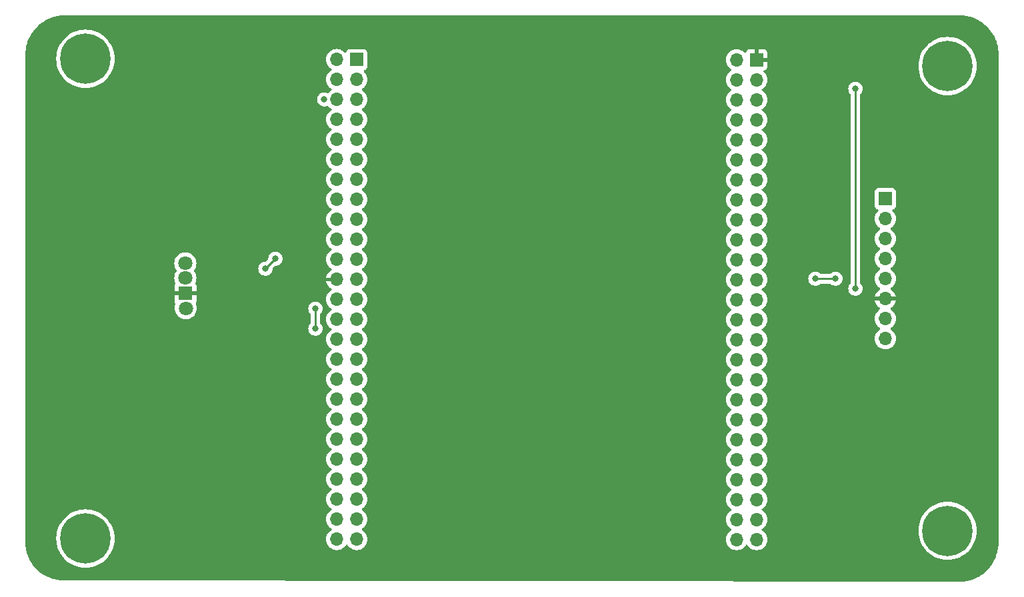
<source format=gbr>
%TF.GenerationSoftware,KiCad,Pcbnew,7.0.2*%
%TF.CreationDate,2023-05-29T16:26:05-06:00*%
%TF.ProjectId,PCB_Design,5043425f-4465-4736-9967-6e2e6b696361,rev?*%
%TF.SameCoordinates,Original*%
%TF.FileFunction,Copper,L2,Bot*%
%TF.FilePolarity,Positive*%
%FSLAX46Y46*%
G04 Gerber Fmt 4.6, Leading zero omitted, Abs format (unit mm)*
G04 Created by KiCad (PCBNEW 7.0.2) date 2023-05-29 16:26:05*
%MOMM*%
%LPD*%
G01*
G04 APERTURE LIST*
%TA.AperFunction,ComponentPad*%
%ADD10R,1.700000X1.700000*%
%TD*%
%TA.AperFunction,ComponentPad*%
%ADD11O,1.700000X1.700000*%
%TD*%
%TA.AperFunction,ComponentPad*%
%ADD12C,6.400000*%
%TD*%
%TA.AperFunction,ComponentPad*%
%ADD13R,1.800000X1.800000*%
%TD*%
%TA.AperFunction,ComponentPad*%
%ADD14C,1.800000*%
%TD*%
%TA.AperFunction,ViaPad*%
%ADD15C,0.800000*%
%TD*%
%TA.AperFunction,Conductor*%
%ADD16C,0.250000*%
%TD*%
G04 APERTURE END LIST*
D10*
%TO.P,J2,1,Pin_1*%
%TO.N,GND*%
X161452400Y-42036200D03*
D11*
%TO.P,J2,2,Pin_2*%
%TO.N,unconnected-(J2-Pin_2-Pad2)*%
X158912400Y-42036200D03*
%TO.P,J2,3,Pin_3*%
%TO.N,unconnected-(J2-Pin_3-Pad3)*%
X161452400Y-44576200D03*
%TO.P,J2,4,Pin_4*%
%TO.N,unconnected-(J2-Pin_4-Pad4)*%
X158912400Y-44576200D03*
%TO.P,J2,5,Pin_5*%
%TO.N,+3V0*%
X161452400Y-47116200D03*
%TO.P,J2,6,Pin_6*%
%TO.N,unconnected-(J2-Pin_6-Pad6)*%
X158912400Y-47116200D03*
%TO.P,J2,7,Pin_7*%
%TO.N,unconnected-(J2-Pin_7-Pad7)*%
X161452400Y-49656200D03*
%TO.P,J2,8,Pin_8*%
%TO.N,unconnected-(J2-Pin_8-Pad8)*%
X158912400Y-49656200D03*
%TO.P,J2,9,Pin_9*%
%TO.N,unconnected-(J2-Pin_9-Pad9)*%
X161452400Y-52196200D03*
%TO.P,J2,10,Pin_10*%
%TO.N,unconnected-(J2-Pin_10-Pad10)*%
X158912400Y-52196200D03*
%TO.P,J2,11,Pin_11*%
%TO.N,unconnected-(J2-Pin_11-Pad11)*%
X161452400Y-54736200D03*
%TO.P,J2,12,Pin_12*%
%TO.N,unconnected-(J2-Pin_12-Pad12)*%
X158912400Y-54736200D03*
%TO.P,J2,13,Pin_13*%
%TO.N,unconnected-(J2-Pin_13-Pad13)*%
X161452400Y-57276200D03*
%TO.P,J2,14,Pin_14*%
%TO.N,unconnected-(J2-Pin_14-Pad14)*%
X158912400Y-57276200D03*
%TO.P,J2,15,Pin_15*%
%TO.N,unconnected-(J2-Pin_15-Pad15)*%
X161452400Y-59816200D03*
%TO.P,J2,16,Pin_16*%
%TO.N,unconnected-(J2-Pin_16-Pad16)*%
X158912400Y-59816200D03*
%TO.P,J2,17,Pin_17*%
%TO.N,unconnected-(J2-Pin_17-Pad17)*%
X161452400Y-62356200D03*
%TO.P,J2,18,Pin_18*%
%TO.N,unconnected-(J2-Pin_18-Pad18)*%
X158912400Y-62356200D03*
%TO.P,J2,19,Pin_19*%
%TO.N,unconnected-(J2-Pin_19-Pad19)*%
X161452400Y-64896200D03*
%TO.P,J2,20,Pin_20*%
%TO.N,unconnected-(J2-Pin_20-Pad20)*%
X158912400Y-64896200D03*
%TO.P,J2,21,Pin_21*%
%TO.N,unconnected-(J2-Pin_21-Pad21)*%
X161452400Y-67436200D03*
%TO.P,J2,22,Pin_22*%
%TO.N,unconnected-(J2-Pin_22-Pad22)*%
X158912400Y-67436200D03*
%TO.P,J2,23,Pin_23*%
%TO.N,SDA*%
X161452400Y-69976200D03*
%TO.P,J2,24,Pin_24*%
%TO.N,unconnected-(J2-Pin_24-Pad24)*%
X158912400Y-69976200D03*
%TO.P,J2,25,Pin_25*%
%TO.N,MOSI*%
X161452400Y-72516200D03*
%TO.P,J2,26,Pin_26*%
%TO.N,MISO*%
X158912400Y-72516200D03*
%TO.P,J2,27,Pin_27*%
%TO.N,SCK*%
X161452400Y-75056200D03*
%TO.P,J2,28,Pin_28*%
%TO.N,unconnected-(J2-Pin_28-Pad28)*%
X158912400Y-75056200D03*
%TO.P,J2,29,Pin_29*%
%TO.N,unconnected-(J2-Pin_29-Pad29)*%
X161452400Y-77596200D03*
%TO.P,J2,30,Pin_30*%
%TO.N,unconnected-(J2-Pin_30-Pad30)*%
X158912400Y-77596200D03*
%TO.P,J2,31,Pin_31*%
%TO.N,unconnected-(J2-Pin_31-Pad31)*%
X161452400Y-80136200D03*
%TO.P,J2,32,Pin_32*%
%TO.N,unconnected-(J2-Pin_32-Pad32)*%
X158912400Y-80136200D03*
%TO.P,J2,33,Pin_33*%
%TO.N,unconnected-(J2-Pin_33-Pad33)*%
X161452400Y-82676200D03*
%TO.P,J2,34,Pin_34*%
%TO.N,unconnected-(J2-Pin_34-Pad34)*%
X158912400Y-82676200D03*
%TO.P,J2,35,Pin_35*%
%TO.N,unconnected-(J2-Pin_35-Pad35)*%
X161452400Y-85216200D03*
%TO.P,J2,36,Pin_36*%
%TO.N,unconnected-(J2-Pin_36-Pad36)*%
X158912400Y-85216200D03*
%TO.P,J2,37,Pin_37*%
%TO.N,unconnected-(J2-Pin_37-Pad37)*%
X161452400Y-87756200D03*
%TO.P,J2,38,Pin_38*%
%TO.N,unconnected-(J2-Pin_38-Pad38)*%
X158912400Y-87756200D03*
%TO.P,J2,39,Pin_39*%
%TO.N,unconnected-(J2-Pin_39-Pad39)*%
X161452400Y-90296200D03*
%TO.P,J2,40,Pin_40*%
%TO.N,unconnected-(J2-Pin_40-Pad40)*%
X158912400Y-90296200D03*
%TO.P,J2,41,Pin_41*%
%TO.N,unconnected-(J2-Pin_41-Pad41)*%
X161452400Y-92836200D03*
%TO.P,J2,42,Pin_42*%
%TO.N,unconnected-(J2-Pin_42-Pad42)*%
X158912400Y-92836200D03*
%TO.P,J2,43,Pin_43*%
%TO.N,unconnected-(J2-Pin_43-Pad43)*%
X161452400Y-95376200D03*
%TO.P,J2,44,Pin_44*%
%TO.N,unconnected-(J2-Pin_44-Pad44)*%
X158912400Y-95376200D03*
%TO.P,J2,45,Pin_45*%
%TO.N,unconnected-(J2-Pin_45-Pad45)*%
X161452400Y-97916200D03*
%TO.P,J2,46,Pin_46*%
%TO.N,unconnected-(J2-Pin_46-Pad46)*%
X158912400Y-97916200D03*
%TO.P,J2,47,Pin_47*%
%TO.N,unconnected-(J2-Pin_47-Pad47)*%
X161452400Y-100456200D03*
%TO.P,J2,48,Pin_48*%
%TO.N,unconnected-(J2-Pin_48-Pad48)*%
X158912400Y-100456200D03*
%TO.P,J2,49,Pin_49*%
%TO.N,unconnected-(J2-Pin_49-Pad49)*%
X161452400Y-102996200D03*
%TO.P,J2,50,Pin_50*%
%TO.N,unconnected-(J2-Pin_50-Pad50)*%
X158912400Y-102996200D03*
%TD*%
D12*
%TO.P,H3,1*%
%TO.N,N/C*%
X185699400Y-101879400D03*
%TD*%
D10*
%TO.P,J1,1,Pin_1*%
%TO.N,unconnected-(J1-Pin_1-Pad1)*%
X110662400Y-42016200D03*
D11*
%TO.P,J1,2,Pin_2*%
%TO.N,unconnected-(J1-Pin_2-Pad2)*%
X108122400Y-42016200D03*
%TO.P,J1,3,Pin_3*%
%TO.N,unconnected-(J1-Pin_3-Pad3)*%
X110662400Y-44556200D03*
%TO.P,J1,4,Pin_4*%
%TO.N,unconnected-(J1-Pin_4-Pad4)*%
X108122400Y-44556200D03*
%TO.P,J1,5,Pin_5*%
%TO.N,unconnected-(J1-Pin_5-Pad5)*%
X110662400Y-47096200D03*
%TO.P,J1,6,Pin_6*%
%TO.N,unconnected-(J1-Pin_6-Pad6)*%
X108122400Y-47096200D03*
%TO.P,J1,7,Pin_7*%
%TO.N,unconnected-(J1-Pin_7-Pad7)*%
X110662400Y-49636200D03*
%TO.P,J1,8,Pin_8*%
%TO.N,unconnected-(J1-Pin_8-Pad8)*%
X108122400Y-49636200D03*
%TO.P,J1,9,Pin_9*%
%TO.N,unconnected-(J1-Pin_9-Pad9)*%
X110662400Y-52176200D03*
%TO.P,J1,10,Pin_10*%
%TO.N,unconnected-(J1-Pin_10-Pad10)*%
X108122400Y-52176200D03*
%TO.P,J1,11,Pin_11*%
%TO.N,unconnected-(J1-Pin_11-Pad11)*%
X110662400Y-54716200D03*
%TO.P,J1,12,Pin_12*%
%TO.N,unconnected-(J1-Pin_12-Pad12)*%
X108122400Y-54716200D03*
%TO.P,J1,13,Pin_13*%
%TO.N,unconnected-(J1-Pin_13-Pad13)*%
X110662400Y-57256200D03*
%TO.P,J1,14,Pin_14*%
%TO.N,unconnected-(J1-Pin_14-Pad14)*%
X108122400Y-57256200D03*
%TO.P,J1,15,Pin_15*%
%TO.N,unconnected-(J1-Pin_15-Pad15)*%
X110662400Y-59796200D03*
%TO.P,J1,16,Pin_16*%
%TO.N,unconnected-(J1-Pin_16-Pad16)*%
X108122400Y-59796200D03*
%TO.P,J1,17,Pin_17*%
%TO.N,unconnected-(J1-Pin_17-Pad17)*%
X110662400Y-62336200D03*
%TO.P,J1,18,Pin_18*%
%TO.N,unconnected-(J1-Pin_18-Pad18)*%
X108122400Y-62336200D03*
%TO.P,J1,19,Pin_19*%
%TO.N,unconnected-(J1-Pin_19-Pad19)*%
X110662400Y-64876200D03*
%TO.P,J1,20,Pin_20*%
%TO.N,unconnected-(J1-Pin_20-Pad20)*%
X108122400Y-64876200D03*
%TO.P,J1,21,Pin_21*%
%TO.N,unconnected-(J1-Pin_21-Pad21)*%
X110662400Y-67416200D03*
%TO.P,J1,22,Pin_22*%
%TO.N,unconnected-(J1-Pin_22-Pad22)*%
X108122400Y-67416200D03*
%TO.P,J1,23,Pin_23*%
%TO.N,unconnected-(J1-Pin_23-Pad23)*%
X110662400Y-69956200D03*
%TO.P,J1,24,Pin_24*%
%TO.N,GND*%
X108122400Y-69956200D03*
%TO.P,J1,25,Pin_25*%
%TO.N,unconnected-(J1-Pin_25-Pad25)*%
X110662400Y-72496200D03*
%TO.P,J1,26,Pin_26*%
%TO.N,unconnected-(J1-Pin_26-Pad26)*%
X108122400Y-72496200D03*
%TO.P,J1,27,Pin_27*%
%TO.N,Green*%
X110662400Y-75036200D03*
%TO.P,J1,28,Pin_28*%
%TO.N,Red*%
X108122400Y-75036200D03*
%TO.P,J1,29,Pin_29*%
%TO.N,unconnected-(J1-Pin_29-Pad29)*%
X110662400Y-77576200D03*
%TO.P,J1,30,Pin_30*%
%TO.N,Blue*%
X108122400Y-77576200D03*
%TO.P,J1,31,Pin_31*%
%TO.N,unconnected-(J1-Pin_31-Pad31)*%
X110662400Y-80116200D03*
%TO.P,J1,32,Pin_32*%
%TO.N,unconnected-(J1-Pin_32-Pad32)*%
X108122400Y-80116200D03*
%TO.P,J1,33,Pin_33*%
%TO.N,unconnected-(J1-Pin_33-Pad33)*%
X110662400Y-82656200D03*
%TO.P,J1,34,Pin_34*%
%TO.N,unconnected-(J1-Pin_34-Pad34)*%
X108122400Y-82656200D03*
%TO.P,J1,35,Pin_35*%
%TO.N,RST*%
X110662400Y-85196200D03*
%TO.P,J1,36,Pin_36*%
%TO.N,unconnected-(J1-Pin_36-Pad36)*%
X108122400Y-85196200D03*
%TO.P,J1,37,Pin_37*%
%TO.N,unconnected-(J1-Pin_37-Pad37)*%
X110662400Y-87736200D03*
%TO.P,J1,38,Pin_38*%
%TO.N,unconnected-(J1-Pin_38-Pad38)*%
X108122400Y-87736200D03*
%TO.P,J1,39,Pin_39*%
%TO.N,unconnected-(J1-Pin_39-Pad39)*%
X110662400Y-90276200D03*
%TO.P,J1,40,Pin_40*%
%TO.N,unconnected-(J1-Pin_40-Pad40)*%
X108122400Y-90276200D03*
%TO.P,J1,41,Pin_41*%
%TO.N,unconnected-(J1-Pin_41-Pad41)*%
X110662400Y-92816200D03*
%TO.P,J1,42,Pin_42*%
%TO.N,unconnected-(J1-Pin_42-Pad42)*%
X108122400Y-92816200D03*
%TO.P,J1,43,Pin_43*%
%TO.N,unconnected-(J1-Pin_43-Pad43)*%
X110662400Y-95356200D03*
%TO.P,J1,44,Pin_44*%
%TO.N,unconnected-(J1-Pin_44-Pad44)*%
X108122400Y-95356200D03*
%TO.P,J1,45,Pin_45*%
%TO.N,unconnected-(J1-Pin_45-Pad45)*%
X110662400Y-97896200D03*
%TO.P,J1,46,Pin_46*%
%TO.N,unconnected-(J1-Pin_46-Pad46)*%
X108122400Y-97896200D03*
%TO.P,J1,47,Pin_47*%
%TO.N,unconnected-(J1-Pin_47-Pad47)*%
X110662400Y-100436200D03*
%TO.P,J1,48,Pin_48*%
%TO.N,unconnected-(J1-Pin_48-Pad48)*%
X108122400Y-100436200D03*
%TO.P,J1,49,Pin_49*%
%TO.N,unconnected-(J1-Pin_49-Pad49)*%
X110662400Y-102976200D03*
%TO.P,J1,50,Pin_50*%
%TO.N,unconnected-(J1-Pin_50-Pad50)*%
X108122400Y-102976200D03*
%TD*%
D13*
%TO.P,RGB_LED,1,A*%
%TO.N,GND*%
X88918969Y-71724712D03*
D14*
%TO.P,RGB_LED,2,BK*%
%TO.N,Net-(D1-BK)*%
X88900000Y-67911878D03*
%TO.P,RGB_LED,3,GK*%
%TO.N,Net-(D1-GK)*%
X88900000Y-69770872D03*
%TO.P,RGB_LED,4,RK*%
%TO.N,Net-(D1-RK)*%
X88956907Y-73602675D03*
%TD*%
D12*
%TO.P,H4,1*%
%TO.N,N/C*%
X76200000Y-102870000D03*
%TD*%
%TO.P,H1,1*%
%TO.N,N/C*%
X76200000Y-41910000D03*
%TD*%
D10*
%TO.P,RC522,1,SDA*%
%TO.N,SDA*%
X177800000Y-59690000D03*
D11*
%TO.P,RC522,2,SCK*%
%TO.N,SCK*%
X177800000Y-62230000D03*
%TO.P,RC522,3,MOSI*%
%TO.N,MOSI*%
X177800000Y-64770000D03*
%TO.P,RC522,4,MISO*%
%TO.N,MISO*%
X177800000Y-67310000D03*
%TO.P,RC522,5,IRQ*%
%TO.N,unconnected-(P1-IRQ-Pad5)*%
X177800000Y-69850000D03*
%TO.P,RC522,6,GND*%
%TO.N,GND*%
X177800000Y-72390000D03*
%TO.P,RC522,7,RST*%
%TO.N,RST*%
X177800000Y-74930000D03*
%TO.P,RC522,8,3.3V*%
%TO.N,+3V0*%
X177800000Y-77470000D03*
%TD*%
D12*
%TO.P,H2,1*%
%TO.N,N/C*%
X185699400Y-42824400D03*
%TD*%
D15*
%TO.N,GND*%
X113030000Y-67310000D03*
X163830000Y-40640000D03*
X115570000Y-66040000D03*
X182880000Y-68580000D03*
X161290000Y-38100000D03*
X102072003Y-71574725D03*
X103917655Y-69809319D03*
X180340000Y-71120000D03*
%TO.N,Blue*%
X105410000Y-73660000D03*
X105410000Y-76200000D03*
%TO.N,Green*%
X100330000Y-67310000D03*
X99060000Y-68580000D03*
%TO.N,MOSI*%
X168910000Y-69850000D03*
X171450000Y-69850000D03*
%TO.N,MISO*%
X173990000Y-71120000D03*
X173990000Y-45720000D03*
%TO.N,unconnected-(J1-Pin_6-Pad6)*%
X106527600Y-47066200D03*
%TD*%
D16*
%TO.N,GND*%
X103837409Y-69809319D02*
X103917655Y-69809319D01*
X161290000Y-38100000D02*
X163830000Y-40640000D01*
X114300000Y-66040000D02*
X115570000Y-66040000D01*
X180340000Y-71120000D02*
X182880000Y-68580000D01*
X102072003Y-71574725D02*
X103837409Y-69809319D01*
X113030000Y-67310000D02*
X114300000Y-66040000D01*
%TO.N,Blue*%
X105410000Y-73660000D02*
X105410000Y-76200000D01*
%TO.N,Green*%
X99060000Y-68580000D02*
X100330000Y-67310000D01*
%TO.N,MOSI*%
X171450000Y-69850000D02*
X168910000Y-69850000D01*
%TO.N,MISO*%
X173990000Y-71120000D02*
X173990000Y-45720000D01*
%TD*%
%TA.AperFunction,Conductor*%
%TO.N,GND*%
G36*
X187188154Y-36373405D02*
G01*
X187403299Y-36382304D01*
X187599357Y-36390865D01*
X187609263Y-36391697D01*
X187822666Y-36418297D01*
X188021216Y-36444436D01*
X188030425Y-36446006D01*
X188220433Y-36485846D01*
X188240559Y-36490067D01*
X188436948Y-36533605D01*
X188445421Y-36535802D01*
X188651236Y-36597076D01*
X188843585Y-36657724D01*
X188851302Y-36660443D01*
X189050397Y-36738129D01*
X189052467Y-36738962D01*
X189238178Y-36815886D01*
X189245145Y-36819028D01*
X189436953Y-36912798D01*
X189439635Y-36914151D01*
X189578057Y-36986209D01*
X189617885Y-37006943D01*
X189624101Y-37010409D01*
X189677879Y-37042453D01*
X189807427Y-37119647D01*
X189810497Y-37121540D01*
X189980005Y-37229528D01*
X189985430Y-37233189D01*
X190159040Y-37357144D01*
X190162443Y-37359663D01*
X190321920Y-37482034D01*
X190326537Y-37485757D01*
X190489323Y-37623630D01*
X190492940Y-37626816D01*
X190641137Y-37762613D01*
X190645045Y-37766355D01*
X190795843Y-37917153D01*
X190799585Y-37921061D01*
X190935382Y-38069258D01*
X190938575Y-38072883D01*
X191076434Y-38235652D01*
X191080164Y-38240278D01*
X191202535Y-38399755D01*
X191205076Y-38403188D01*
X191329007Y-38576765D01*
X191332670Y-38582193D01*
X191440633Y-38751660D01*
X191442576Y-38754812D01*
X191551789Y-38938097D01*
X191555255Y-38944313D01*
X191648018Y-39122507D01*
X191649430Y-39125304D01*
X191743161Y-39317034D01*
X191746321Y-39324041D01*
X191791454Y-39433002D01*
X191823184Y-39509603D01*
X191824129Y-39511954D01*
X191901742Y-39710859D01*
X191904486Y-39718647D01*
X191965124Y-39910968D01*
X192026388Y-40116747D01*
X192028601Y-40125282D01*
X192072132Y-40321640D01*
X192116188Y-40531752D01*
X192117765Y-40541008D01*
X192143902Y-40739533D01*
X192170500Y-40952926D01*
X192171334Y-40962852D01*
X192179909Y-41159227D01*
X192188793Y-41374027D01*
X192188899Y-41379177D01*
X192175900Y-103362753D01*
X192175794Y-103367851D01*
X192166909Y-103582671D01*
X192158334Y-103779046D01*
X192157500Y-103788973D01*
X192130902Y-104002364D01*
X192104766Y-104200888D01*
X192103188Y-104210148D01*
X192059132Y-104420259D01*
X192015602Y-104616614D01*
X192013387Y-104625153D01*
X191952124Y-104830931D01*
X191891484Y-105023256D01*
X191888744Y-105031033D01*
X191811141Y-105229916D01*
X191810184Y-105232295D01*
X191733321Y-105417857D01*
X191730161Y-105424864D01*
X191636430Y-105616594D01*
X191635018Y-105619391D01*
X191542255Y-105797585D01*
X191538789Y-105803801D01*
X191429576Y-105987086D01*
X191427633Y-105990238D01*
X191319670Y-106159705D01*
X191316007Y-106165133D01*
X191192076Y-106338710D01*
X191189535Y-106342143D01*
X191067164Y-106501620D01*
X191063410Y-106506276D01*
X190925581Y-106669009D01*
X190922382Y-106672640D01*
X190786585Y-106820837D01*
X190782843Y-106824745D01*
X190632045Y-106975543D01*
X190628137Y-106979285D01*
X190479940Y-107115082D01*
X190476309Y-107118281D01*
X190313576Y-107256110D01*
X190308920Y-107259864D01*
X190149443Y-107382235D01*
X190146010Y-107384776D01*
X189972433Y-107508707D01*
X189967005Y-107512370D01*
X189797538Y-107620333D01*
X189794386Y-107622276D01*
X189611101Y-107731489D01*
X189604885Y-107734955D01*
X189426691Y-107827718D01*
X189423894Y-107829130D01*
X189232164Y-107922861D01*
X189225157Y-107926021D01*
X189039595Y-108002884D01*
X189037217Y-108003840D01*
X188838339Y-108081442D01*
X188830551Y-108084186D01*
X188638231Y-108144824D01*
X188432451Y-108206088D01*
X188423916Y-108208301D01*
X188227559Y-108251832D01*
X188017446Y-108295888D01*
X188008190Y-108297465D01*
X187809666Y-108323602D01*
X187596272Y-108350200D01*
X187586346Y-108351034D01*
X187390152Y-108359601D01*
X187175274Y-108368488D01*
X187169941Y-108368594D01*
X73439961Y-108176838D01*
X73439667Y-108176751D01*
X73390931Y-108176751D01*
X73385535Y-108176634D01*
X73196914Y-108168418D01*
X72968424Y-108157868D01*
X72957995Y-108156944D01*
X72753862Y-108130132D01*
X72541172Y-108100532D01*
X72531489Y-108098790D01*
X72326507Y-108053455D01*
X72120812Y-108005191D01*
X72111940Y-108002758D01*
X71909865Y-107939200D01*
X71710707Y-107872613D01*
X71702687Y-107869620D01*
X71507138Y-107788826D01*
X71504510Y-107787704D01*
X71314125Y-107703857D01*
X71306967Y-107700427D01*
X71118816Y-107602744D01*
X71115739Y-107601091D01*
X70934264Y-107500286D01*
X70927988Y-107496554D01*
X70841363Y-107441526D01*
X70748787Y-107382717D01*
X70745399Y-107380485D01*
X70574145Y-107263518D01*
X70568748Y-107259614D01*
X70564167Y-107256110D01*
X70400009Y-107130536D01*
X70396308Y-107127590D01*
X70236715Y-106995491D01*
X70232163Y-106991533D01*
X70075231Y-106848219D01*
X70071325Y-106844493D01*
X70047584Y-106820837D01*
X69924585Y-106698278D01*
X69920882Y-106694423D01*
X69777007Y-106538005D01*
X69773032Y-106533468D01*
X69640353Y-106374338D01*
X69637374Y-106370622D01*
X69612781Y-106338710D01*
X69507684Y-106202335D01*
X69503793Y-106196996D01*
X69386217Y-106026168D01*
X69383963Y-106022772D01*
X69269477Y-105843968D01*
X69265724Y-105837709D01*
X69164274Y-105656603D01*
X69162611Y-105653533D01*
X69115808Y-105564170D01*
X69064250Y-105465726D01*
X69060812Y-105458618D01*
X68976208Y-105268365D01*
X68975150Y-105265909D01*
X68893640Y-105070610D01*
X68890641Y-105062665D01*
X68823318Y-104863680D01*
X68759035Y-104661829D01*
X68756586Y-104653022D01*
X68707579Y-104447472D01*
X68695357Y-104393137D01*
X68661496Y-104242596D01*
X68659732Y-104232982D01*
X68629393Y-104020557D01*
X68601826Y-103816344D01*
X68600867Y-103805937D01*
X68599530Y-103779046D01*
X68589280Y-103572874D01*
X68580637Y-103389534D01*
X68580500Y-103383737D01*
X68580500Y-102870000D01*
X72494422Y-102870000D01*
X72494592Y-102873243D01*
X72513373Y-103231608D01*
X72514722Y-103257338D01*
X72515227Y-103260531D01*
X72515229Y-103260543D01*
X72574889Y-103637224D01*
X72574891Y-103637237D01*
X72575398Y-103640433D01*
X72576235Y-103643557D01*
X72576237Y-103643566D01*
X72622539Y-103816366D01*
X72675786Y-104015087D01*
X72676943Y-104018102D01*
X72676946Y-104018110D01*
X72805061Y-104351859D01*
X72814786Y-104377194D01*
X72816255Y-104380077D01*
X72816259Y-104380086D01*
X72946256Y-104635220D01*
X72990875Y-104722789D01*
X73202124Y-105048084D01*
X73446219Y-105349516D01*
X73720484Y-105623781D01*
X74021916Y-105867876D01*
X74347211Y-106079125D01*
X74692806Y-106255214D01*
X75054913Y-106394214D01*
X75429567Y-106494602D01*
X75812662Y-106555278D01*
X76200000Y-106575578D01*
X76587338Y-106555278D01*
X76970433Y-106494602D01*
X77345087Y-106394214D01*
X77707194Y-106255214D01*
X78052789Y-106079125D01*
X78378084Y-105867876D01*
X78679516Y-105623781D01*
X78953781Y-105349516D01*
X79197876Y-105048084D01*
X79409125Y-104722789D01*
X79585214Y-104377194D01*
X79724214Y-104015087D01*
X79824602Y-103640433D01*
X79885278Y-103257338D01*
X79905578Y-102870000D01*
X79885278Y-102482662D01*
X79824602Y-102099567D01*
X79724214Y-101724913D01*
X79585214Y-101362806D01*
X79409125Y-101017211D01*
X79197876Y-100691916D01*
X78953781Y-100390484D01*
X78679516Y-100116219D01*
X78378084Y-99872124D01*
X78052789Y-99660875D01*
X78049901Y-99659403D01*
X78049895Y-99659400D01*
X77710086Y-99486259D01*
X77710077Y-99486255D01*
X77707194Y-99484786D01*
X77704162Y-99483622D01*
X77348110Y-99346946D01*
X77348102Y-99346943D01*
X77345087Y-99345786D01*
X77341962Y-99344948D01*
X77341957Y-99344947D01*
X76973566Y-99246237D01*
X76973557Y-99246235D01*
X76970433Y-99245398D01*
X76967237Y-99244891D01*
X76967224Y-99244889D01*
X76590543Y-99185229D01*
X76590531Y-99185227D01*
X76587338Y-99184722D01*
X76584103Y-99184552D01*
X76584099Y-99184552D01*
X76203244Y-99164592D01*
X76200000Y-99164422D01*
X76196756Y-99164592D01*
X75815900Y-99184552D01*
X75815894Y-99184552D01*
X75812662Y-99184722D01*
X75809470Y-99185227D01*
X75809456Y-99185229D01*
X75432775Y-99244889D01*
X75432758Y-99244892D01*
X75429567Y-99245398D01*
X75426446Y-99246234D01*
X75426433Y-99246237D01*
X75058042Y-99344947D01*
X75058031Y-99344950D01*
X75054913Y-99345786D01*
X75051902Y-99346941D01*
X75051889Y-99346946D01*
X74695837Y-99483622D01*
X74695828Y-99483625D01*
X74692806Y-99484786D01*
X74689929Y-99486251D01*
X74689913Y-99486259D01*
X74350104Y-99659400D01*
X74350090Y-99659408D01*
X74347211Y-99660875D01*
X74344491Y-99662641D01*
X74344483Y-99662646D01*
X74024644Y-99870352D01*
X74024638Y-99870355D01*
X74021916Y-99872124D01*
X74019396Y-99874164D01*
X74019390Y-99874169D01*
X73723002Y-100114179D01*
X73722991Y-100114188D01*
X73720484Y-100116219D01*
X73718199Y-100118503D01*
X73718189Y-100118513D01*
X73448513Y-100388189D01*
X73448503Y-100388199D01*
X73446219Y-100390484D01*
X73444188Y-100392991D01*
X73444179Y-100393002D01*
X73204169Y-100689390D01*
X73204164Y-100689396D01*
X73202124Y-100691916D01*
X73200355Y-100694638D01*
X73200352Y-100694644D01*
X72992646Y-101014483D01*
X72992641Y-101014491D01*
X72990875Y-101017211D01*
X72989408Y-101020090D01*
X72989400Y-101020104D01*
X72816259Y-101359913D01*
X72816251Y-101359929D01*
X72814786Y-101362806D01*
X72813625Y-101365828D01*
X72813622Y-101365837D01*
X72676946Y-101721889D01*
X72676941Y-101721902D01*
X72675786Y-101724913D01*
X72674950Y-101728031D01*
X72674947Y-101728042D01*
X72576237Y-102096433D01*
X72576234Y-102096446D01*
X72575398Y-102099567D01*
X72574892Y-102102758D01*
X72574889Y-102102775D01*
X72515229Y-102479456D01*
X72515227Y-102479470D01*
X72514722Y-102482662D01*
X72514552Y-102485894D01*
X72514552Y-102485900D01*
X72501194Y-102740792D01*
X72494422Y-102870000D01*
X68580500Y-102870000D01*
X68580500Y-76199999D01*
X104504540Y-76199999D01*
X104524326Y-76388257D01*
X104582820Y-76568284D01*
X104677466Y-76732216D01*
X104804129Y-76872889D01*
X104957269Y-76984151D01*
X105130197Y-77061144D01*
X105315352Y-77100500D01*
X105315354Y-77100500D01*
X105504648Y-77100500D01*
X105628083Y-77074262D01*
X105689803Y-77061144D01*
X105862730Y-76984151D01*
X105894350Y-76961178D01*
X106015870Y-76872889D01*
X106142533Y-76732216D01*
X106237179Y-76568284D01*
X106288266Y-76411055D01*
X106295674Y-76388256D01*
X106315460Y-76200000D01*
X106295674Y-76011744D01*
X106237179Y-75831716D01*
X106237179Y-75831715D01*
X106142533Y-75667783D01*
X106067350Y-75584284D01*
X106037120Y-75521293D01*
X106035500Y-75501312D01*
X106035500Y-74358687D01*
X106055185Y-74291648D01*
X106067350Y-74275714D01*
X106071123Y-74271524D01*
X106142533Y-74192216D01*
X106237179Y-74028284D01*
X106295674Y-73848256D01*
X106315460Y-73660000D01*
X106295674Y-73471744D01*
X106237179Y-73291716D01*
X106237179Y-73291715D01*
X106142533Y-73127783D01*
X106015870Y-72987110D01*
X105862730Y-72875848D01*
X105689802Y-72798855D01*
X105504648Y-72759500D01*
X105504646Y-72759500D01*
X105315354Y-72759500D01*
X105315352Y-72759500D01*
X105130197Y-72798855D01*
X104957269Y-72875848D01*
X104804129Y-72987110D01*
X104677466Y-73127783D01*
X104582820Y-73291715D01*
X104524326Y-73471742D01*
X104504540Y-73660000D01*
X104524326Y-73848257D01*
X104582820Y-74028284D01*
X104677464Y-74192213D01*
X104677467Y-74192216D01*
X104731450Y-74252170D01*
X104752650Y-74275714D01*
X104782880Y-74338706D01*
X104784500Y-74358687D01*
X104784500Y-75501312D01*
X104764815Y-75568351D01*
X104752650Y-75584284D01*
X104677466Y-75667783D01*
X104582820Y-75831715D01*
X104524326Y-76011742D01*
X104504540Y-76199999D01*
X68580500Y-76199999D01*
X68580500Y-69770872D01*
X87494699Y-69770872D01*
X87513865Y-70002171D01*
X87513865Y-70002173D01*
X87513866Y-70002177D01*
X87566902Y-70211608D01*
X87570844Y-70227175D01*
X87641867Y-70389089D01*
X87650770Y-70458389D01*
X87627578Y-70513209D01*
X87575617Y-70582620D01*
X87525369Y-70717340D01*
X87519323Y-70773579D01*
X87518968Y-70780193D01*
X87518968Y-71474711D01*
X87518969Y-71474712D01*
X88543691Y-71474712D01*
X88495344Y-71558452D01*
X88465159Y-71690704D01*
X88475296Y-71825977D01*
X88524856Y-71952253D01*
X88542766Y-71974712D01*
X87518969Y-71974712D01*
X87518968Y-72669230D01*
X87519323Y-72675844D01*
X87525369Y-72732083D01*
X87575617Y-72866803D01*
X87642473Y-72956110D01*
X87666891Y-73021574D01*
X87656763Y-73080230D01*
X87627752Y-73146369D01*
X87627751Y-73146372D01*
X87627750Y-73146375D01*
X87571727Y-73367602D01*
X87570772Y-73371375D01*
X87551606Y-73602675D01*
X87570772Y-73833974D01*
X87570772Y-73833976D01*
X87570773Y-73833980D01*
X87612235Y-73997708D01*
X87627751Y-74058978D01*
X87712494Y-74252171D01*
X87720983Y-74271524D01*
X87847928Y-74465828D01*
X88005123Y-74636588D01*
X88188281Y-74779145D01*
X88392404Y-74889611D01*
X88502165Y-74927291D01*
X88611922Y-74964972D01*
X88611924Y-74964972D01*
X88611926Y-74964973D01*
X88840858Y-75003175D01*
X88840859Y-75003175D01*
X89072955Y-75003175D01*
X89072956Y-75003175D01*
X89301888Y-74964973D01*
X89521410Y-74889611D01*
X89725533Y-74779145D01*
X89908691Y-74636588D01*
X90065886Y-74465828D01*
X90192831Y-74271524D01*
X90286064Y-74058975D01*
X90343041Y-73833980D01*
X90362207Y-73602675D01*
X90343041Y-73371370D01*
X90286064Y-73146375D01*
X90229016Y-73016321D01*
X90220114Y-72947022D01*
X90243308Y-72892199D01*
X90262322Y-72866800D01*
X90312568Y-72732085D01*
X90318614Y-72675844D01*
X90318968Y-72669230D01*
X90318969Y-71974712D01*
X89294247Y-71974712D01*
X89342594Y-71890972D01*
X89372779Y-71758720D01*
X89362642Y-71623447D01*
X89313082Y-71497171D01*
X89295172Y-71474712D01*
X90318969Y-71474712D01*
X90318968Y-70780193D01*
X90318614Y-70773579D01*
X90312568Y-70717340D01*
X90262321Y-70582623D01*
X90186438Y-70481256D01*
X90162021Y-70415792D01*
X90172148Y-70357138D01*
X90229157Y-70227172D01*
X90286134Y-70002177D01*
X90305300Y-69770872D01*
X90286134Y-69539567D01*
X90229157Y-69314572D01*
X90135924Y-69102023D01*
X90009941Y-68909192D01*
X89989756Y-68842307D01*
X90008936Y-68775122D01*
X90009852Y-68773693D01*
X90135924Y-68580727D01*
X90136243Y-68580000D01*
X98154540Y-68580000D01*
X98174326Y-68768257D01*
X98232820Y-68948284D01*
X98327466Y-69112216D01*
X98454129Y-69252889D01*
X98607269Y-69364151D01*
X98780197Y-69441144D01*
X98965352Y-69480500D01*
X98965354Y-69480500D01*
X99154648Y-69480500D01*
X99278083Y-69454262D01*
X99339803Y-69441144D01*
X99512730Y-69364151D01*
X99544350Y-69341178D01*
X99665870Y-69252889D01*
X99792533Y-69112216D01*
X99887179Y-68948284D01*
X99899879Y-68909197D01*
X99945674Y-68768256D01*
X99963321Y-68600344D01*
X99989904Y-68535734D01*
X99998941Y-68525648D01*
X100277773Y-68246816D01*
X100339095Y-68213334D01*
X100365453Y-68210500D01*
X100424648Y-68210500D01*
X100561547Y-68181401D01*
X100609803Y-68171144D01*
X100782730Y-68094151D01*
X100798429Y-68082745D01*
X100935870Y-67982889D01*
X101062533Y-67842216D01*
X101157179Y-67678284D01*
X101159348Y-67671608D01*
X101215674Y-67498256D01*
X101235460Y-67310000D01*
X101215674Y-67121744D01*
X101185332Y-67028363D01*
X101157179Y-66941715D01*
X101062533Y-66777783D01*
X100935870Y-66637110D01*
X100782730Y-66525848D01*
X100609802Y-66448855D01*
X100424648Y-66409500D01*
X100424646Y-66409500D01*
X100235354Y-66409500D01*
X100235352Y-66409500D01*
X100050197Y-66448855D01*
X99877269Y-66525848D01*
X99724129Y-66637110D01*
X99597466Y-66777783D01*
X99502820Y-66941715D01*
X99444326Y-67121742D01*
X99426679Y-67289650D01*
X99400094Y-67354264D01*
X99391039Y-67364369D01*
X99112228Y-67643181D01*
X99050905Y-67676666D01*
X99024547Y-67679500D01*
X98965352Y-67679500D01*
X98780197Y-67718855D01*
X98607269Y-67795848D01*
X98454129Y-67907110D01*
X98327466Y-68047783D01*
X98232820Y-68211715D01*
X98174326Y-68391742D01*
X98154540Y-68580000D01*
X90136243Y-68580000D01*
X90229157Y-68368178D01*
X90286134Y-68143183D01*
X90305300Y-67911878D01*
X90286134Y-67680573D01*
X90229157Y-67455578D01*
X90135924Y-67243029D01*
X90008979Y-67048725D01*
X89851784Y-66877965D01*
X89668626Y-66735408D01*
X89464503Y-66624942D01*
X89464499Y-66624940D01*
X89464498Y-66624940D01*
X89244984Y-66549580D01*
X89073282Y-66520928D01*
X89016049Y-66511378D01*
X88783951Y-66511378D01*
X88738164Y-66519018D01*
X88555015Y-66549580D01*
X88335501Y-66624940D01*
X88131372Y-66735409D01*
X87948215Y-66877965D01*
X87791020Y-67048726D01*
X87664076Y-67243028D01*
X87570844Y-67455574D01*
X87570842Y-67455578D01*
X87570843Y-67455578D01*
X87514856Y-67676666D01*
X87513865Y-67680578D01*
X87494699Y-67911878D01*
X87513865Y-68143177D01*
X87513865Y-68143179D01*
X87513866Y-68143183D01*
X87565859Y-68348495D01*
X87570844Y-68368181D01*
X87664076Y-68580727D01*
X87790056Y-68773554D01*
X87810243Y-68840443D01*
X87791063Y-68907629D01*
X87790056Y-68909196D01*
X87664076Y-69102022D01*
X87570844Y-69314568D01*
X87570842Y-69314572D01*
X87570843Y-69314572D01*
X87552670Y-69386337D01*
X87513865Y-69539572D01*
X87494699Y-69770872D01*
X68580500Y-69770872D01*
X68580500Y-47066200D01*
X105622140Y-47066200D01*
X105641926Y-47254457D01*
X105700420Y-47434484D01*
X105795066Y-47598416D01*
X105921729Y-47739089D01*
X106074869Y-47850351D01*
X106247797Y-47927344D01*
X106432952Y-47966700D01*
X106432954Y-47966700D01*
X106622248Y-47966700D01*
X106807400Y-47927345D01*
X106807401Y-47927344D01*
X106807403Y-47927344D01*
X106903321Y-47884637D01*
X106972569Y-47875352D01*
X107035846Y-47904980D01*
X107055330Y-47926792D01*
X107083905Y-47967601D01*
X107250999Y-48134695D01*
X107436560Y-48264626D01*
X107480183Y-48319202D01*
X107487376Y-48388701D01*
X107455854Y-48451055D01*
X107436559Y-48467775D01*
X107250995Y-48597708D01*
X107083905Y-48764798D01*
X106948365Y-48958370D01*
X106848497Y-49172536D01*
X106787336Y-49400792D01*
X106766740Y-49636200D01*
X106787336Y-49871607D01*
X106832109Y-50038701D01*
X106848497Y-50099863D01*
X106948365Y-50314030D01*
X107083905Y-50507601D01*
X107250999Y-50674695D01*
X107436560Y-50804626D01*
X107480183Y-50859202D01*
X107487376Y-50928701D01*
X107455854Y-50991055D01*
X107436559Y-51007775D01*
X107250995Y-51137708D01*
X107083905Y-51304798D01*
X106948365Y-51498370D01*
X106848497Y-51712536D01*
X106787336Y-51940792D01*
X106766740Y-52176199D01*
X106787336Y-52411607D01*
X106832109Y-52578701D01*
X106848497Y-52639863D01*
X106948365Y-52854030D01*
X107083905Y-53047601D01*
X107250999Y-53214695D01*
X107436560Y-53344626D01*
X107480183Y-53399202D01*
X107487376Y-53468701D01*
X107455854Y-53531055D01*
X107436559Y-53547775D01*
X107250995Y-53677708D01*
X107083905Y-53844798D01*
X106948365Y-54038370D01*
X106848497Y-54252536D01*
X106787336Y-54480792D01*
X106766740Y-54716200D01*
X106787336Y-54951607D01*
X106832109Y-55118702D01*
X106848497Y-55179863D01*
X106948365Y-55394030D01*
X107083905Y-55587601D01*
X107250999Y-55754695D01*
X107436560Y-55884626D01*
X107480183Y-55939202D01*
X107487376Y-56008701D01*
X107455854Y-56071055D01*
X107436559Y-56087775D01*
X107250995Y-56217708D01*
X107083905Y-56384798D01*
X106948365Y-56578370D01*
X106848497Y-56792536D01*
X106787336Y-57020792D01*
X106766740Y-57256199D01*
X106787336Y-57491607D01*
X106832109Y-57658702D01*
X106848497Y-57719863D01*
X106948365Y-57934030D01*
X107083905Y-58127601D01*
X107250999Y-58294695D01*
X107436560Y-58424626D01*
X107480183Y-58479202D01*
X107487376Y-58548701D01*
X107455854Y-58611055D01*
X107436560Y-58627774D01*
X107286972Y-58732517D01*
X107250995Y-58757708D01*
X107083905Y-58924798D01*
X106948365Y-59118370D01*
X106848497Y-59332536D01*
X106787336Y-59560792D01*
X106766740Y-59796200D01*
X106787336Y-60031607D01*
X106832109Y-60198702D01*
X106848497Y-60259863D01*
X106948365Y-60474030D01*
X107083905Y-60667601D01*
X107250999Y-60834695D01*
X107436560Y-60964626D01*
X107480183Y-61019202D01*
X107487376Y-61088701D01*
X107455854Y-61151055D01*
X107436559Y-61167775D01*
X107250995Y-61297708D01*
X107083905Y-61464798D01*
X106948365Y-61658370D01*
X106848497Y-61872536D01*
X106787336Y-62100792D01*
X106766740Y-62336200D01*
X106787336Y-62571607D01*
X106820041Y-62693662D01*
X106848497Y-62799863D01*
X106948365Y-63014030D01*
X107083905Y-63207601D01*
X107250999Y-63374695D01*
X107436560Y-63504626D01*
X107480183Y-63559202D01*
X107487376Y-63628701D01*
X107455854Y-63691055D01*
X107436559Y-63707775D01*
X107250995Y-63837708D01*
X107083905Y-64004798D01*
X106948365Y-64198370D01*
X106848497Y-64412536D01*
X106787336Y-64640792D01*
X106766740Y-64876199D01*
X106787336Y-65111607D01*
X106820041Y-65233662D01*
X106848497Y-65339863D01*
X106948365Y-65554030D01*
X107083905Y-65747601D01*
X107250999Y-65914695D01*
X107436560Y-66044626D01*
X107480183Y-66099202D01*
X107487376Y-66168701D01*
X107455854Y-66231055D01*
X107436559Y-66247775D01*
X107250995Y-66377708D01*
X107083905Y-66544798D01*
X106948365Y-66738370D01*
X106848497Y-66952536D01*
X106787336Y-67180792D01*
X106766740Y-67416200D01*
X106787336Y-67651607D01*
X106825986Y-67795849D01*
X106848497Y-67879863D01*
X106948365Y-68094030D01*
X107083905Y-68287601D01*
X107250999Y-68454695D01*
X107436996Y-68584932D01*
X107480619Y-68639507D01*
X107487812Y-68709006D01*
X107456290Y-68771360D01*
X107436995Y-68788080D01*
X107251319Y-68918092D01*
X107084290Y-69085121D01*
X106948800Y-69278621D01*
X106848969Y-69492707D01*
X106791764Y-69706199D01*
X106791764Y-69706200D01*
X107688714Y-69706200D01*
X107662907Y-69746356D01*
X107622400Y-69884311D01*
X107622400Y-70028089D01*
X107662907Y-70166044D01*
X107688714Y-70206200D01*
X106791764Y-70206200D01*
X106848969Y-70419692D01*
X106948799Y-70633776D01*
X107084293Y-70827281D01*
X107251318Y-70994306D01*
X107436995Y-71124319D01*
X107480619Y-71178896D01*
X107487812Y-71248395D01*
X107456290Y-71310749D01*
X107436995Y-71327469D01*
X107250995Y-71457708D01*
X107083905Y-71624798D01*
X106948365Y-71818370D01*
X106848497Y-72032536D01*
X106787336Y-72260792D01*
X106766740Y-72496200D01*
X106787336Y-72731607D01*
X106825986Y-72875849D01*
X106848497Y-72959863D01*
X106948365Y-73174030D01*
X107083905Y-73367601D01*
X107250999Y-73534695D01*
X107436560Y-73664626D01*
X107480183Y-73719202D01*
X107487376Y-73788701D01*
X107455854Y-73851055D01*
X107436559Y-73867775D01*
X107250995Y-73997708D01*
X107083905Y-74164798D01*
X106948365Y-74358370D01*
X106848497Y-74572536D01*
X106787336Y-74800792D01*
X106766740Y-75036199D01*
X106787336Y-75271607D01*
X106820041Y-75393662D01*
X106848497Y-75499863D01*
X106948365Y-75714030D01*
X107083905Y-75907601D01*
X107250999Y-76074695D01*
X107436560Y-76204626D01*
X107480183Y-76259202D01*
X107487376Y-76328701D01*
X107455854Y-76391055D01*
X107436559Y-76407775D01*
X107250995Y-76537708D01*
X107083905Y-76704798D01*
X106948365Y-76898370D01*
X106848497Y-77112536D01*
X106787336Y-77340792D01*
X106766740Y-77576200D01*
X106787336Y-77811607D01*
X106820041Y-77933662D01*
X106848497Y-78039863D01*
X106948365Y-78254030D01*
X107083905Y-78447601D01*
X107250999Y-78614695D01*
X107436560Y-78744626D01*
X107480183Y-78799202D01*
X107487376Y-78868701D01*
X107455854Y-78931055D01*
X107436559Y-78947775D01*
X107250995Y-79077708D01*
X107083905Y-79244798D01*
X106948365Y-79438370D01*
X106848497Y-79652536D01*
X106787336Y-79880792D01*
X106766740Y-80116200D01*
X106787336Y-80351607D01*
X106832109Y-80518702D01*
X106848497Y-80579863D01*
X106948365Y-80794030D01*
X107083905Y-80987601D01*
X107250999Y-81154695D01*
X107436560Y-81284626D01*
X107480183Y-81339202D01*
X107487376Y-81408701D01*
X107455854Y-81471055D01*
X107436559Y-81487775D01*
X107250995Y-81617708D01*
X107083905Y-81784798D01*
X106948365Y-81978370D01*
X106848497Y-82192536D01*
X106787336Y-82420792D01*
X106766740Y-82656200D01*
X106787336Y-82891607D01*
X106832109Y-83058701D01*
X106848497Y-83119863D01*
X106948365Y-83334030D01*
X107083905Y-83527601D01*
X107250999Y-83694695D01*
X107436560Y-83824626D01*
X107480183Y-83879202D01*
X107487376Y-83948701D01*
X107455854Y-84011055D01*
X107436559Y-84027775D01*
X107250995Y-84157708D01*
X107083905Y-84324798D01*
X106948365Y-84518370D01*
X106848497Y-84732536D01*
X106787336Y-84960792D01*
X106766740Y-85196200D01*
X106787336Y-85431607D01*
X106832109Y-85598702D01*
X106848497Y-85659863D01*
X106948365Y-85874030D01*
X107083905Y-86067601D01*
X107250999Y-86234695D01*
X107436560Y-86364626D01*
X107480183Y-86419202D01*
X107487376Y-86488701D01*
X107455854Y-86551055D01*
X107436559Y-86567775D01*
X107250995Y-86697708D01*
X107083905Y-86864798D01*
X106948365Y-87058370D01*
X106848497Y-87272536D01*
X106787336Y-87500792D01*
X106766740Y-87736199D01*
X106787336Y-87971607D01*
X106832109Y-88138701D01*
X106848497Y-88199863D01*
X106948365Y-88414030D01*
X107083905Y-88607601D01*
X107250999Y-88774695D01*
X107436560Y-88904626D01*
X107480183Y-88959202D01*
X107487376Y-89028701D01*
X107455854Y-89091055D01*
X107436559Y-89107775D01*
X107250995Y-89237708D01*
X107083905Y-89404798D01*
X106948365Y-89598370D01*
X106848497Y-89812536D01*
X106787336Y-90040792D01*
X106766740Y-90276200D01*
X106787336Y-90511607D01*
X106832109Y-90678702D01*
X106848497Y-90739863D01*
X106948365Y-90954030D01*
X107083905Y-91147601D01*
X107250999Y-91314695D01*
X107436560Y-91444626D01*
X107480183Y-91499202D01*
X107487376Y-91568701D01*
X107455854Y-91631055D01*
X107436559Y-91647775D01*
X107250995Y-91777708D01*
X107083905Y-91944798D01*
X106948365Y-92138370D01*
X106848497Y-92352536D01*
X106787336Y-92580792D01*
X106766740Y-92816199D01*
X106787336Y-93051607D01*
X106832109Y-93218701D01*
X106848497Y-93279863D01*
X106948365Y-93494030D01*
X107083905Y-93687601D01*
X107250999Y-93854695D01*
X107436560Y-93984626D01*
X107480183Y-94039202D01*
X107487376Y-94108701D01*
X107455854Y-94171055D01*
X107436559Y-94187775D01*
X107250995Y-94317708D01*
X107083905Y-94484798D01*
X106948365Y-94678370D01*
X106848497Y-94892536D01*
X106787336Y-95120792D01*
X106766740Y-95356200D01*
X106787336Y-95591607D01*
X106832109Y-95758702D01*
X106848497Y-95819863D01*
X106948365Y-96034030D01*
X107083905Y-96227601D01*
X107250999Y-96394695D01*
X107436560Y-96524626D01*
X107480183Y-96579202D01*
X107487376Y-96648701D01*
X107455854Y-96711055D01*
X107436559Y-96727775D01*
X107250995Y-96857708D01*
X107083905Y-97024798D01*
X106948365Y-97218370D01*
X106848497Y-97432536D01*
X106787336Y-97660792D01*
X106766740Y-97896199D01*
X106787336Y-98131607D01*
X106804087Y-98194122D01*
X106848497Y-98359863D01*
X106948365Y-98574030D01*
X107083905Y-98767601D01*
X107250999Y-98934695D01*
X107436560Y-99064626D01*
X107480183Y-99119202D01*
X107487376Y-99188701D01*
X107455854Y-99251055D01*
X107436559Y-99267775D01*
X107250995Y-99397708D01*
X107083905Y-99564798D01*
X106948365Y-99758370D01*
X106848497Y-99972536D01*
X106787336Y-100200792D01*
X106766740Y-100436200D01*
X106787336Y-100671607D01*
X106804977Y-100737442D01*
X106848497Y-100899863D01*
X106948365Y-101114030D01*
X107083905Y-101307601D01*
X107250999Y-101474695D01*
X107436560Y-101604626D01*
X107480183Y-101659202D01*
X107487376Y-101728701D01*
X107455854Y-101791055D01*
X107436558Y-101807775D01*
X107338901Y-101876156D01*
X107250995Y-101937708D01*
X107083905Y-102104798D01*
X106948365Y-102298370D01*
X106848497Y-102512536D01*
X106787336Y-102740792D01*
X106766740Y-102976200D01*
X106787336Y-103211607D01*
X106827836Y-103362753D01*
X106848497Y-103439863D01*
X106948365Y-103654030D01*
X107083905Y-103847601D01*
X107250999Y-104014695D01*
X107444570Y-104150235D01*
X107658737Y-104250103D01*
X107886992Y-104311263D01*
X108122400Y-104331859D01*
X108357808Y-104311263D01*
X108586063Y-104250103D01*
X108800230Y-104150235D01*
X108993801Y-104014695D01*
X109160895Y-103847601D01*
X109290826Y-103662039D01*
X109345402Y-103618416D01*
X109414900Y-103611222D01*
X109477255Y-103642745D01*
X109493971Y-103662037D01*
X109623905Y-103847601D01*
X109790999Y-104014695D01*
X109984570Y-104150235D01*
X110198737Y-104250103D01*
X110426992Y-104311263D01*
X110662400Y-104331859D01*
X110897808Y-104311263D01*
X111126063Y-104250103D01*
X111340230Y-104150235D01*
X111533801Y-104014695D01*
X111700895Y-103847601D01*
X111836435Y-103654030D01*
X111936303Y-103439863D01*
X111997463Y-103211608D01*
X112016309Y-102996200D01*
X157556740Y-102996200D01*
X157577336Y-103231607D01*
X157618693Y-103385952D01*
X157638497Y-103459863D01*
X157738365Y-103674030D01*
X157873905Y-103867601D01*
X158040999Y-104034695D01*
X158234570Y-104170235D01*
X158448737Y-104270103D01*
X158676992Y-104331263D01*
X158912400Y-104351859D01*
X159147808Y-104331263D01*
X159376063Y-104270103D01*
X159590230Y-104170235D01*
X159783801Y-104034695D01*
X159950895Y-103867601D01*
X160080826Y-103682039D01*
X160135402Y-103638416D01*
X160204900Y-103631222D01*
X160267255Y-103662745D01*
X160283971Y-103682037D01*
X160413905Y-103867601D01*
X160580999Y-104034695D01*
X160774570Y-104170235D01*
X160988737Y-104270103D01*
X161216991Y-104331263D01*
X161216992Y-104331263D01*
X161452399Y-104351859D01*
X161452399Y-104351858D01*
X161452400Y-104351859D01*
X161687808Y-104331263D01*
X161916063Y-104270103D01*
X162130230Y-104170235D01*
X162323801Y-104034695D01*
X162490895Y-103867601D01*
X162626435Y-103674030D01*
X162726303Y-103459863D01*
X162787463Y-103231608D01*
X162808059Y-102996200D01*
X162787463Y-102760792D01*
X162726303Y-102532537D01*
X162626435Y-102318371D01*
X162490895Y-102124799D01*
X162323801Y-101957705D01*
X162211970Y-101879400D01*
X181993822Y-101879400D01*
X182014122Y-102266738D01*
X182014627Y-102269931D01*
X182014629Y-102269943D01*
X182074289Y-102646624D01*
X182074291Y-102646637D01*
X182074798Y-102649833D01*
X182075635Y-102652957D01*
X182075637Y-102652966D01*
X182174347Y-103021357D01*
X182175186Y-103024487D01*
X182176343Y-103027502D01*
X182176346Y-103027510D01*
X182305034Y-103362753D01*
X182314186Y-103386594D01*
X182315655Y-103389477D01*
X182315659Y-103389486D01*
X182464723Y-103682041D01*
X182490275Y-103732189D01*
X182701524Y-104057484D01*
X182945619Y-104358916D01*
X183219884Y-104633181D01*
X183521316Y-104877276D01*
X183846611Y-105088525D01*
X184192206Y-105264614D01*
X184554313Y-105403614D01*
X184928967Y-105504002D01*
X185312062Y-105564678D01*
X185699400Y-105584978D01*
X186086738Y-105564678D01*
X186469833Y-105504002D01*
X186844487Y-105403614D01*
X187206594Y-105264614D01*
X187552189Y-105088525D01*
X187877484Y-104877276D01*
X188178916Y-104633181D01*
X188453181Y-104358916D01*
X188697276Y-104057484D01*
X188908525Y-103732189D01*
X189084614Y-103386594D01*
X189223614Y-103024487D01*
X189324002Y-102649833D01*
X189384678Y-102266738D01*
X189404978Y-101879400D01*
X189384678Y-101492062D01*
X189324002Y-101108967D01*
X189223614Y-100734313D01*
X189084614Y-100372206D01*
X188908525Y-100026611D01*
X188697276Y-99701316D01*
X188453181Y-99399884D01*
X188178916Y-99125619D01*
X188135220Y-99090235D01*
X188075115Y-99041562D01*
X187877484Y-98881524D01*
X187552189Y-98670275D01*
X187549301Y-98668803D01*
X187549295Y-98668800D01*
X187209486Y-98495659D01*
X187209477Y-98495655D01*
X187206594Y-98494186D01*
X187203562Y-98493022D01*
X186847510Y-98356346D01*
X186847502Y-98356343D01*
X186844487Y-98355186D01*
X186841362Y-98354348D01*
X186841357Y-98354347D01*
X186472966Y-98255637D01*
X186472957Y-98255635D01*
X186469833Y-98254798D01*
X186466637Y-98254291D01*
X186466624Y-98254289D01*
X186089943Y-98194629D01*
X186089931Y-98194627D01*
X186086738Y-98194122D01*
X186083503Y-98193952D01*
X186083499Y-98193952D01*
X185702644Y-98173992D01*
X185699400Y-98173822D01*
X185696156Y-98173992D01*
X185315300Y-98193952D01*
X185315294Y-98193952D01*
X185312062Y-98194122D01*
X185308870Y-98194627D01*
X185308856Y-98194629D01*
X184932175Y-98254289D01*
X184932158Y-98254292D01*
X184928967Y-98254798D01*
X184925846Y-98255634D01*
X184925833Y-98255637D01*
X184557442Y-98354347D01*
X184557431Y-98354350D01*
X184554313Y-98355186D01*
X184551302Y-98356341D01*
X184551289Y-98356346D01*
X184195237Y-98493022D01*
X184195228Y-98493025D01*
X184192206Y-98494186D01*
X184189329Y-98495651D01*
X184189313Y-98495659D01*
X183849504Y-98668800D01*
X183849490Y-98668808D01*
X183846611Y-98670275D01*
X183843891Y-98672041D01*
X183843883Y-98672046D01*
X183524044Y-98879752D01*
X183524038Y-98879755D01*
X183521316Y-98881524D01*
X183518796Y-98883564D01*
X183518790Y-98883569D01*
X183222402Y-99123579D01*
X183222391Y-99123588D01*
X183219884Y-99125619D01*
X183217599Y-99127903D01*
X183217589Y-99127913D01*
X182947913Y-99397589D01*
X182947903Y-99397599D01*
X182945619Y-99399884D01*
X182943588Y-99402391D01*
X182943579Y-99402402D01*
X182703569Y-99698790D01*
X182703564Y-99698796D01*
X182701524Y-99701316D01*
X182699755Y-99704038D01*
X182699752Y-99704044D01*
X182492046Y-100023883D01*
X182492041Y-100023891D01*
X182490275Y-100026611D01*
X182488808Y-100029490D01*
X182488800Y-100029504D01*
X182315659Y-100369313D01*
X182315651Y-100369329D01*
X182314186Y-100372206D01*
X182313025Y-100375228D01*
X182313022Y-100375237D01*
X182176346Y-100731289D01*
X182176341Y-100731302D01*
X182175186Y-100734313D01*
X182174350Y-100737431D01*
X182174347Y-100737442D01*
X182075637Y-101105833D01*
X182075634Y-101105846D01*
X182074798Y-101108967D01*
X182074292Y-101112158D01*
X182074289Y-101112175D01*
X182014629Y-101488856D01*
X182014627Y-101488870D01*
X182014122Y-101492062D01*
X182013952Y-101495294D01*
X182013952Y-101495300D01*
X182001720Y-101728701D01*
X181993822Y-101879400D01*
X162211970Y-101879400D01*
X162138239Y-101827773D01*
X162094616Y-101773198D01*
X162087422Y-101703700D01*
X162118945Y-101641345D01*
X162138237Y-101624628D01*
X162323801Y-101494695D01*
X162490895Y-101327601D01*
X162626435Y-101134030D01*
X162726303Y-100919863D01*
X162787463Y-100691608D01*
X162808059Y-100456200D01*
X162802309Y-100390484D01*
X162787463Y-100220792D01*
X162782104Y-100200792D01*
X162726303Y-99992537D01*
X162626435Y-99778371D01*
X162490895Y-99584799D01*
X162323801Y-99417705D01*
X162138239Y-99287773D01*
X162094616Y-99233198D01*
X162087422Y-99163700D01*
X162118945Y-99101345D01*
X162138237Y-99084628D01*
X162323801Y-98954695D01*
X162490895Y-98787601D01*
X162626435Y-98594030D01*
X162726303Y-98379863D01*
X162787463Y-98151608D01*
X162808059Y-97916200D01*
X162787463Y-97680792D01*
X162726303Y-97452537D01*
X162626435Y-97238371D01*
X162490895Y-97044799D01*
X162323801Y-96877705D01*
X162138239Y-96747773D01*
X162094616Y-96693198D01*
X162087422Y-96623700D01*
X162118945Y-96561345D01*
X162138237Y-96544628D01*
X162323801Y-96414695D01*
X162490895Y-96247601D01*
X162626435Y-96054030D01*
X162726303Y-95839863D01*
X162787463Y-95611608D01*
X162808059Y-95376200D01*
X162787463Y-95140792D01*
X162726303Y-94912537D01*
X162626435Y-94698371D01*
X162490895Y-94504799D01*
X162323801Y-94337705D01*
X162138239Y-94207773D01*
X162094616Y-94153198D01*
X162087422Y-94083700D01*
X162118945Y-94021345D01*
X162138237Y-94004628D01*
X162323801Y-93874695D01*
X162490895Y-93707601D01*
X162626435Y-93514030D01*
X162726303Y-93299863D01*
X162787463Y-93071608D01*
X162808059Y-92836200D01*
X162787463Y-92600792D01*
X162726303Y-92372537D01*
X162626435Y-92158371D01*
X162490895Y-91964799D01*
X162323801Y-91797705D01*
X162138239Y-91667773D01*
X162094616Y-91613198D01*
X162087422Y-91543700D01*
X162118945Y-91481345D01*
X162138237Y-91464628D01*
X162323801Y-91334695D01*
X162490895Y-91167601D01*
X162626435Y-90974030D01*
X162726303Y-90759863D01*
X162787463Y-90531608D01*
X162808059Y-90296200D01*
X162787463Y-90060792D01*
X162726303Y-89832537D01*
X162626435Y-89618371D01*
X162490895Y-89424799D01*
X162323801Y-89257705D01*
X162138239Y-89127773D01*
X162094616Y-89073198D01*
X162087422Y-89003700D01*
X162118945Y-88941345D01*
X162138237Y-88924628D01*
X162323801Y-88794695D01*
X162490895Y-88627601D01*
X162626435Y-88434030D01*
X162726303Y-88219863D01*
X162787463Y-87991608D01*
X162808059Y-87756200D01*
X162787463Y-87520792D01*
X162726303Y-87292537D01*
X162626435Y-87078371D01*
X162490895Y-86884799D01*
X162323801Y-86717705D01*
X162138239Y-86587773D01*
X162094616Y-86533198D01*
X162087422Y-86463700D01*
X162118945Y-86401345D01*
X162138237Y-86384628D01*
X162323801Y-86254695D01*
X162490895Y-86087601D01*
X162626435Y-85894030D01*
X162726303Y-85679863D01*
X162787463Y-85451608D01*
X162808059Y-85216200D01*
X162787463Y-84980792D01*
X162726303Y-84752537D01*
X162626435Y-84538371D01*
X162490895Y-84344799D01*
X162323801Y-84177705D01*
X162138239Y-84047773D01*
X162094616Y-83993198D01*
X162087422Y-83923700D01*
X162118945Y-83861345D01*
X162138237Y-83844628D01*
X162323801Y-83714695D01*
X162490895Y-83547601D01*
X162626435Y-83354030D01*
X162726303Y-83139863D01*
X162787463Y-82911608D01*
X162808059Y-82676200D01*
X162787463Y-82440792D01*
X162726303Y-82212537D01*
X162626435Y-81998371D01*
X162490895Y-81804799D01*
X162323801Y-81637705D01*
X162138239Y-81507773D01*
X162094616Y-81453198D01*
X162087422Y-81383700D01*
X162118945Y-81321345D01*
X162138237Y-81304628D01*
X162323801Y-81174695D01*
X162490895Y-81007601D01*
X162626435Y-80814030D01*
X162726303Y-80599863D01*
X162787463Y-80371608D01*
X162808059Y-80136200D01*
X162787463Y-79900792D01*
X162726303Y-79672537D01*
X162626435Y-79458371D01*
X162490895Y-79264799D01*
X162323801Y-79097705D01*
X162138239Y-78967773D01*
X162094616Y-78913198D01*
X162087422Y-78843700D01*
X162118945Y-78781345D01*
X162138237Y-78764628D01*
X162323801Y-78634695D01*
X162490895Y-78467601D01*
X162626435Y-78274030D01*
X162726303Y-78059863D01*
X162787463Y-77831608D01*
X162808059Y-77596200D01*
X162797018Y-77469999D01*
X176444340Y-77469999D01*
X176464936Y-77705407D01*
X176498752Y-77831608D01*
X176526097Y-77933663D01*
X176625965Y-78147830D01*
X176761505Y-78341401D01*
X176928599Y-78508495D01*
X177122170Y-78644035D01*
X177336337Y-78743903D01*
X177564592Y-78805063D01*
X177800000Y-78825659D01*
X178035408Y-78805063D01*
X178263663Y-78743903D01*
X178477830Y-78644035D01*
X178671401Y-78508495D01*
X178838495Y-78341401D01*
X178974035Y-78147830D01*
X179073903Y-77933663D01*
X179135063Y-77705408D01*
X179155659Y-77470000D01*
X179135063Y-77234592D01*
X179073903Y-77006337D01*
X178974035Y-76792171D01*
X178838495Y-76598599D01*
X178671401Y-76431505D01*
X178485839Y-76301573D01*
X178442216Y-76246998D01*
X178435022Y-76177500D01*
X178466545Y-76115145D01*
X178485837Y-76098428D01*
X178671401Y-75968495D01*
X178838495Y-75801401D01*
X178974035Y-75607830D01*
X179073903Y-75393663D01*
X179135063Y-75165408D01*
X179155659Y-74930000D01*
X179135063Y-74694592D01*
X179073903Y-74466337D01*
X178974035Y-74252171D01*
X178838495Y-74058599D01*
X178671401Y-73891505D01*
X178485402Y-73761267D01*
X178441780Y-73706692D01*
X178434587Y-73637193D01*
X178466109Y-73574839D01*
X178485405Y-73558119D01*
X178671078Y-73428109D01*
X178838106Y-73261081D01*
X178973600Y-73067576D01*
X179073430Y-72853492D01*
X179130636Y-72640000D01*
X178233686Y-72640000D01*
X178259493Y-72599844D01*
X178300000Y-72461889D01*
X178300000Y-72318111D01*
X178259493Y-72180156D01*
X178233686Y-72140000D01*
X179130636Y-72140000D01*
X179130635Y-72139999D01*
X179073430Y-71926507D01*
X178973599Y-71712421D01*
X178838109Y-71518921D01*
X178671081Y-71351893D01*
X178485404Y-71221880D01*
X178441780Y-71167303D01*
X178434587Y-71097804D01*
X178466109Y-71035450D01*
X178485399Y-71018734D01*
X178671401Y-70888495D01*
X178838495Y-70721401D01*
X178974035Y-70527830D01*
X179073903Y-70313663D01*
X179135063Y-70085408D01*
X179155659Y-69850000D01*
X179135063Y-69614592D01*
X179073903Y-69386337D01*
X178974035Y-69172171D01*
X178838495Y-68978599D01*
X178671401Y-68811505D01*
X178485839Y-68681573D01*
X178442216Y-68626998D01*
X178435022Y-68557500D01*
X178466545Y-68495145D01*
X178485837Y-68478428D01*
X178671401Y-68348495D01*
X178838495Y-68181401D01*
X178974035Y-67987830D01*
X179073903Y-67773663D01*
X179135063Y-67545408D01*
X179155659Y-67310000D01*
X179135063Y-67074592D01*
X179073903Y-66846337D01*
X178974035Y-66632171D01*
X178838495Y-66438599D01*
X178671401Y-66271505D01*
X178485839Y-66141573D01*
X178442216Y-66086998D01*
X178435022Y-66017500D01*
X178466545Y-65955145D01*
X178485837Y-65938428D01*
X178671401Y-65808495D01*
X178838495Y-65641401D01*
X178974035Y-65447830D01*
X179073903Y-65233663D01*
X179135063Y-65005408D01*
X179155659Y-64770000D01*
X179135063Y-64534592D01*
X179073903Y-64306337D01*
X178974035Y-64092171D01*
X178838495Y-63898599D01*
X178671401Y-63731505D01*
X178485839Y-63601573D01*
X178442216Y-63546998D01*
X178435022Y-63477500D01*
X178466545Y-63415145D01*
X178485837Y-63398428D01*
X178671401Y-63268495D01*
X178838495Y-63101401D01*
X178974035Y-62907830D01*
X179073903Y-62693663D01*
X179135063Y-62465408D01*
X179155659Y-62230000D01*
X179135063Y-61994592D01*
X179073903Y-61766337D01*
X178974035Y-61552171D01*
X178838495Y-61358599D01*
X178716568Y-61236672D01*
X178683084Y-61175350D01*
X178688068Y-61105658D01*
X178729940Y-61049725D01*
X178760915Y-61032810D01*
X178892331Y-60983796D01*
X179007546Y-60897546D01*
X179093796Y-60782331D01*
X179144091Y-60647483D01*
X179150500Y-60587873D01*
X179150499Y-58792128D01*
X179144091Y-58732517D01*
X179093796Y-58597669D01*
X179007546Y-58482454D01*
X178892331Y-58396204D01*
X178757483Y-58345909D01*
X178697873Y-58339500D01*
X178694550Y-58339500D01*
X176905439Y-58339500D01*
X176905420Y-58339500D01*
X176902128Y-58339501D01*
X176898848Y-58339853D01*
X176898840Y-58339854D01*
X176842515Y-58345909D01*
X176707669Y-58396204D01*
X176592454Y-58482454D01*
X176506204Y-58597668D01*
X176455909Y-58732516D01*
X176451051Y-58777705D01*
X176449500Y-58792127D01*
X176449500Y-58795448D01*
X176449500Y-58795449D01*
X176449500Y-60584560D01*
X176449500Y-60584578D01*
X176449501Y-60587872D01*
X176449853Y-60591152D01*
X176449854Y-60591159D01*
X176455909Y-60647484D01*
X176470872Y-60687601D01*
X176506204Y-60782331D01*
X176592454Y-60897546D01*
X176707669Y-60983796D01*
X176819907Y-61025658D01*
X176839082Y-61032810D01*
X176895016Y-61074681D01*
X176919433Y-61140146D01*
X176904581Y-61208419D01*
X176883431Y-61236673D01*
X176761503Y-61358601D01*
X176625965Y-61552170D01*
X176526097Y-61766336D01*
X176464936Y-61994592D01*
X176444340Y-62230000D01*
X176464936Y-62465407D01*
X176498752Y-62591608D01*
X176526097Y-62693663D01*
X176625965Y-62907830D01*
X176761505Y-63101401D01*
X176928599Y-63268495D01*
X177114160Y-63398426D01*
X177157783Y-63453002D01*
X177164976Y-63522501D01*
X177133454Y-63584855D01*
X177114158Y-63601575D01*
X177011871Y-63673198D01*
X176928595Y-63731508D01*
X176761505Y-63898598D01*
X176625965Y-64092170D01*
X176526097Y-64306336D01*
X176464936Y-64534592D01*
X176444340Y-64769999D01*
X176464936Y-65005407D01*
X176498752Y-65131608D01*
X176526097Y-65233663D01*
X176625965Y-65447830D01*
X176761505Y-65641401D01*
X176928599Y-65808495D01*
X177114160Y-65938426D01*
X177157783Y-65993002D01*
X177164976Y-66062501D01*
X177133454Y-66124855D01*
X177114158Y-66141575D01*
X176933928Y-66267774D01*
X176928595Y-66271508D01*
X176761505Y-66438598D01*
X176625965Y-66632170D01*
X176526097Y-66846336D01*
X176464936Y-67074592D01*
X176444340Y-67309999D01*
X176464936Y-67545407D01*
X176500866Y-67679500D01*
X176526097Y-67773663D01*
X176625965Y-67987830D01*
X176761505Y-68181401D01*
X176928599Y-68348495D01*
X177114160Y-68478426D01*
X177157783Y-68533002D01*
X177164976Y-68602501D01*
X177133454Y-68664855D01*
X177114158Y-68681575D01*
X176980690Y-68775031D01*
X176928595Y-68811508D01*
X176761505Y-68978598D01*
X176625965Y-69172170D01*
X176526097Y-69386336D01*
X176464936Y-69614592D01*
X176444340Y-69850000D01*
X176464936Y-70085407D01*
X176502922Y-70227172D01*
X176526097Y-70313663D01*
X176625965Y-70527830D01*
X176761505Y-70721401D01*
X176928599Y-70888495D01*
X177114596Y-71018732D01*
X177158219Y-71073307D01*
X177165412Y-71142806D01*
X177133890Y-71205160D01*
X177114595Y-71221880D01*
X176928919Y-71351892D01*
X176761890Y-71518921D01*
X176626400Y-71712421D01*
X176526569Y-71926507D01*
X176469364Y-72139999D01*
X176469364Y-72140000D01*
X177366314Y-72140000D01*
X177340507Y-72180156D01*
X177300000Y-72318111D01*
X177300000Y-72461889D01*
X177340507Y-72599844D01*
X177366314Y-72640000D01*
X176469364Y-72640000D01*
X176526569Y-72853492D01*
X176626399Y-73067576D01*
X176761893Y-73261081D01*
X176928918Y-73428106D01*
X177114595Y-73558119D01*
X177158219Y-73612696D01*
X177165412Y-73682195D01*
X177133890Y-73744549D01*
X177114595Y-73761269D01*
X176990365Y-73848256D01*
X176933928Y-73887774D01*
X176928595Y-73891508D01*
X176761505Y-74058598D01*
X176625965Y-74252170D01*
X176526097Y-74466336D01*
X176464936Y-74694592D01*
X176444340Y-74930000D01*
X176464936Y-75165407D01*
X176498752Y-75291608D01*
X176526097Y-75393663D01*
X176625965Y-75607830D01*
X176761505Y-75801401D01*
X176928599Y-75968495D01*
X177114160Y-76098426D01*
X177157783Y-76153002D01*
X177164976Y-76222501D01*
X177133454Y-76284855D01*
X177114158Y-76301575D01*
X177011871Y-76373198D01*
X176928595Y-76431508D01*
X176761505Y-76598598D01*
X176625965Y-76792170D01*
X176526097Y-77006336D01*
X176464936Y-77234592D01*
X176444340Y-77469999D01*
X162797018Y-77469999D01*
X162787463Y-77360792D01*
X162726303Y-77132537D01*
X162626435Y-76918371D01*
X162490895Y-76724799D01*
X162323801Y-76557705D01*
X162138239Y-76427773D01*
X162094616Y-76373198D01*
X162087422Y-76303700D01*
X162118945Y-76241345D01*
X162138237Y-76224628D01*
X162323801Y-76094695D01*
X162490895Y-75927601D01*
X162626435Y-75734030D01*
X162726303Y-75519863D01*
X162787463Y-75291608D01*
X162808059Y-75056200D01*
X162787463Y-74820792D01*
X162726303Y-74592537D01*
X162626435Y-74378371D01*
X162490895Y-74184799D01*
X162323801Y-74017705D01*
X162138239Y-73887773D01*
X162094616Y-73833198D01*
X162087422Y-73763700D01*
X162118945Y-73701345D01*
X162138237Y-73684628D01*
X162323801Y-73554695D01*
X162490895Y-73387601D01*
X162626435Y-73194030D01*
X162726303Y-72979863D01*
X162787463Y-72751608D01*
X162808059Y-72516200D01*
X162787463Y-72280792D01*
X162726303Y-72052537D01*
X162626435Y-71838371D01*
X162490895Y-71644799D01*
X162323801Y-71477705D01*
X162138239Y-71347773D01*
X162094616Y-71293198D01*
X162087422Y-71223700D01*
X162118945Y-71161345D01*
X162138237Y-71144628D01*
X162173410Y-71120000D01*
X173084540Y-71120000D01*
X173104326Y-71308257D01*
X173162820Y-71488284D01*
X173257466Y-71652216D01*
X173384129Y-71792889D01*
X173537269Y-71904151D01*
X173710197Y-71981144D01*
X173895352Y-72020500D01*
X173895354Y-72020500D01*
X174084648Y-72020500D01*
X174208083Y-71994262D01*
X174269803Y-71981144D01*
X174442730Y-71904151D01*
X174474350Y-71881178D01*
X174595870Y-71792889D01*
X174722533Y-71652216D01*
X174817179Y-71488284D01*
X174861495Y-71351893D01*
X174875674Y-71308256D01*
X174895460Y-71120000D01*
X174875674Y-70931744D01*
X174817179Y-70751716D01*
X174817179Y-70751715D01*
X174722533Y-70587783D01*
X174647350Y-70504284D01*
X174617120Y-70441293D01*
X174615500Y-70421312D01*
X174615500Y-46418687D01*
X174635185Y-46351648D01*
X174647350Y-46335714D01*
X174722533Y-46252216D01*
X174733934Y-46232470D01*
X174817179Y-46088284D01*
X174862833Y-45947775D01*
X174875674Y-45908256D01*
X174895460Y-45720000D01*
X174875674Y-45531744D01*
X174817179Y-45351716D01*
X174817179Y-45351715D01*
X174722533Y-45187783D01*
X174595870Y-45047110D01*
X174442730Y-44935848D01*
X174269802Y-44858855D01*
X174084648Y-44819500D01*
X174084646Y-44819500D01*
X173895354Y-44819500D01*
X173895352Y-44819500D01*
X173710197Y-44858855D01*
X173537269Y-44935848D01*
X173384129Y-45047110D01*
X173257466Y-45187783D01*
X173162820Y-45351715D01*
X173104326Y-45531742D01*
X173084540Y-45720000D01*
X173104326Y-45908257D01*
X173162820Y-46088284D01*
X173257464Y-46252213D01*
X173332650Y-46335714D01*
X173362880Y-46398706D01*
X173364500Y-46418687D01*
X173364500Y-70421312D01*
X173344815Y-70488351D01*
X173332650Y-70504284D01*
X173257466Y-70587783D01*
X173162820Y-70751715D01*
X173104326Y-70931742D01*
X173084540Y-71120000D01*
X162173410Y-71120000D01*
X162323801Y-71014695D01*
X162490895Y-70847601D01*
X162626435Y-70654030D01*
X162726303Y-70439863D01*
X162787463Y-70211608D01*
X162808059Y-69976200D01*
X162797018Y-69849999D01*
X168004540Y-69849999D01*
X168024326Y-70038257D01*
X168082820Y-70218284D01*
X168177466Y-70382216D01*
X168304129Y-70522889D01*
X168457269Y-70634151D01*
X168630197Y-70711144D01*
X168815352Y-70750500D01*
X168815354Y-70750500D01*
X169004648Y-70750500D01*
X169141547Y-70721401D01*
X169189803Y-70711144D01*
X169362730Y-70634151D01*
X169515871Y-70522888D01*
X169521598Y-70516527D01*
X169581084Y-70479879D01*
X169613747Y-70475500D01*
X170746253Y-70475500D01*
X170813292Y-70495185D01*
X170838400Y-70516526D01*
X170844129Y-70522888D01*
X170997270Y-70634151D01*
X170997271Y-70634151D01*
X170997272Y-70634152D01*
X171170197Y-70711144D01*
X171355352Y-70750500D01*
X171355354Y-70750500D01*
X171544648Y-70750500D01*
X171681547Y-70721401D01*
X171729803Y-70711144D01*
X171902730Y-70634151D01*
X171919029Y-70622309D01*
X172055870Y-70522889D01*
X172061598Y-70516528D01*
X172182533Y-70382216D01*
X172277179Y-70218284D01*
X172335674Y-70038256D01*
X172355460Y-69850000D01*
X172335674Y-69661744D01*
X172293273Y-69531248D01*
X172277179Y-69481715D01*
X172182533Y-69317783D01*
X172055870Y-69177110D01*
X171902730Y-69065848D01*
X171729802Y-68988855D01*
X171544648Y-68949500D01*
X171544646Y-68949500D01*
X171355354Y-68949500D01*
X171355352Y-68949500D01*
X171170197Y-68988855D01*
X170997272Y-69065847D01*
X170933451Y-69112216D01*
X170844129Y-69177112D01*
X170838401Y-69183472D01*
X170778916Y-69220121D01*
X170746253Y-69224500D01*
X169613747Y-69224500D01*
X169546708Y-69204815D01*
X169521599Y-69183473D01*
X169515871Y-69177112D01*
X169362730Y-69065849D01*
X169362729Y-69065848D01*
X169362727Y-69065847D01*
X169189802Y-68988855D01*
X169004648Y-68949500D01*
X169004646Y-68949500D01*
X168815354Y-68949500D01*
X168815352Y-68949500D01*
X168630197Y-68988855D01*
X168457269Y-69065848D01*
X168304129Y-69177110D01*
X168177466Y-69317783D01*
X168082820Y-69481715D01*
X168024326Y-69661742D01*
X168004540Y-69849999D01*
X162797018Y-69849999D01*
X162787463Y-69740792D01*
X162726303Y-69512537D01*
X162626435Y-69298371D01*
X162490895Y-69104799D01*
X162323801Y-68937705D01*
X162138239Y-68807773D01*
X162094616Y-68753198D01*
X162087422Y-68683700D01*
X162118945Y-68621345D01*
X162138237Y-68604628D01*
X162323801Y-68474695D01*
X162490895Y-68307601D01*
X162626435Y-68114030D01*
X162726303Y-67899863D01*
X162787463Y-67671608D01*
X162808059Y-67436200D01*
X162801774Y-67364369D01*
X162787463Y-67200792D01*
X162753648Y-67074592D01*
X162726303Y-66972537D01*
X162626435Y-66758371D01*
X162490895Y-66564799D01*
X162323801Y-66397705D01*
X162138239Y-66267773D01*
X162094615Y-66213197D01*
X162087423Y-66143698D01*
X162118945Y-66081344D01*
X162138231Y-66064632D01*
X162323801Y-65934695D01*
X162490895Y-65767601D01*
X162626435Y-65574030D01*
X162726303Y-65359863D01*
X162787463Y-65131608D01*
X162808059Y-64896200D01*
X162787463Y-64660792D01*
X162726303Y-64432537D01*
X162626435Y-64218371D01*
X162490895Y-64024799D01*
X162323801Y-63857705D01*
X162138239Y-63727773D01*
X162094617Y-63673198D01*
X162087424Y-63603699D01*
X162118946Y-63541345D01*
X162138237Y-63524628D01*
X162323801Y-63394695D01*
X162490895Y-63227601D01*
X162626435Y-63034030D01*
X162726303Y-62819863D01*
X162787463Y-62591608D01*
X162808059Y-62356200D01*
X162787463Y-62120792D01*
X162726303Y-61892537D01*
X162626435Y-61678371D01*
X162490895Y-61484799D01*
X162323801Y-61317705D01*
X162138239Y-61187773D01*
X162094615Y-61133197D01*
X162087423Y-61063698D01*
X162118945Y-61001344D01*
X162138231Y-60984632D01*
X162323801Y-60854695D01*
X162490895Y-60687601D01*
X162626435Y-60494030D01*
X162726303Y-60279863D01*
X162787463Y-60051608D01*
X162808059Y-59816200D01*
X162787463Y-59580792D01*
X162726303Y-59352537D01*
X162626435Y-59138371D01*
X162490895Y-58944799D01*
X162323801Y-58777705D01*
X162138239Y-58647773D01*
X162094617Y-58593198D01*
X162087424Y-58523699D01*
X162118946Y-58461345D01*
X162138237Y-58444628D01*
X162323801Y-58314695D01*
X162490895Y-58147601D01*
X162626435Y-57954030D01*
X162726303Y-57739863D01*
X162787463Y-57511608D01*
X162808059Y-57276200D01*
X162787463Y-57040792D01*
X162726303Y-56812537D01*
X162626435Y-56598371D01*
X162490895Y-56404799D01*
X162323801Y-56237705D01*
X162138239Y-56107773D01*
X162094615Y-56053197D01*
X162087423Y-55983698D01*
X162118945Y-55921344D01*
X162138231Y-55904632D01*
X162323801Y-55774695D01*
X162490895Y-55607601D01*
X162626435Y-55414030D01*
X162726303Y-55199863D01*
X162787463Y-54971608D01*
X162808059Y-54736200D01*
X162787463Y-54500792D01*
X162726303Y-54272537D01*
X162626435Y-54058371D01*
X162490895Y-53864799D01*
X162323801Y-53697705D01*
X162138239Y-53567773D01*
X162094617Y-53513198D01*
X162087424Y-53443699D01*
X162118946Y-53381345D01*
X162138237Y-53364628D01*
X162323801Y-53234695D01*
X162490895Y-53067601D01*
X162626435Y-52874030D01*
X162726303Y-52659863D01*
X162787463Y-52431608D01*
X162808059Y-52196200D01*
X162787463Y-51960792D01*
X162726303Y-51732537D01*
X162626435Y-51518371D01*
X162490895Y-51324799D01*
X162323801Y-51157705D01*
X162138239Y-51027773D01*
X162094615Y-50973197D01*
X162087423Y-50903698D01*
X162118945Y-50841344D01*
X162138231Y-50824632D01*
X162323801Y-50694695D01*
X162490895Y-50527601D01*
X162626435Y-50334030D01*
X162726303Y-50119863D01*
X162787463Y-49891608D01*
X162808059Y-49656200D01*
X162787463Y-49420792D01*
X162726303Y-49192537D01*
X162626435Y-48978371D01*
X162490895Y-48784799D01*
X162323801Y-48617705D01*
X162138239Y-48487773D01*
X162094616Y-48433198D01*
X162087422Y-48363700D01*
X162118945Y-48301345D01*
X162138237Y-48284628D01*
X162323801Y-48154695D01*
X162490895Y-47987601D01*
X162626435Y-47794030D01*
X162726303Y-47579863D01*
X162787463Y-47351608D01*
X162808059Y-47116200D01*
X162803684Y-47066200D01*
X162787463Y-46880792D01*
X162738462Y-46697916D01*
X162726303Y-46652537D01*
X162626435Y-46438371D01*
X162490895Y-46244799D01*
X162323801Y-46077705D01*
X162138239Y-45947773D01*
X162094615Y-45893197D01*
X162087423Y-45823698D01*
X162118945Y-45761344D01*
X162138231Y-45744632D01*
X162323801Y-45614695D01*
X162490895Y-45447601D01*
X162626435Y-45254030D01*
X162726303Y-45039863D01*
X162787463Y-44811608D01*
X162808059Y-44576200D01*
X162787463Y-44340792D01*
X162726303Y-44112537D01*
X162626435Y-43898371D01*
X162490895Y-43704799D01*
X162368581Y-43582485D01*
X162335096Y-43521162D01*
X162340080Y-43451470D01*
X162381952Y-43395537D01*
X162412928Y-43378622D01*
X162544489Y-43329552D01*
X162659588Y-43243388D01*
X162745752Y-43128289D01*
X162795999Y-42993571D01*
X162802045Y-42937332D01*
X162802400Y-42930718D01*
X162802400Y-42824400D01*
X181993822Y-42824400D01*
X181993992Y-42827643D01*
X182009748Y-43128289D01*
X182014122Y-43211738D01*
X182014627Y-43214931D01*
X182014629Y-43214943D01*
X182074289Y-43591624D01*
X182074291Y-43591637D01*
X182074798Y-43594833D01*
X182075635Y-43597957D01*
X182075637Y-43597966D01*
X182174347Y-43966357D01*
X182175186Y-43969487D01*
X182176343Y-43972502D01*
X182176346Y-43972510D01*
X182226885Y-44104167D01*
X182314186Y-44331594D01*
X182315655Y-44334477D01*
X182315659Y-44334486D01*
X182482274Y-44661486D01*
X182490275Y-44677189D01*
X182701524Y-45002484D01*
X182737663Y-45047112D01*
X182937378Y-45293740D01*
X182945619Y-45303916D01*
X183219884Y-45578181D01*
X183521316Y-45822276D01*
X183846611Y-46033525D01*
X184192206Y-46209614D01*
X184554313Y-46348614D01*
X184928967Y-46449002D01*
X185312062Y-46509678D01*
X185699400Y-46529978D01*
X186086738Y-46509678D01*
X186469833Y-46449002D01*
X186844487Y-46348614D01*
X187206594Y-46209614D01*
X187552189Y-46033525D01*
X187877484Y-45822276D01*
X188178916Y-45578181D01*
X188453181Y-45303916D01*
X188697276Y-45002484D01*
X188908525Y-44677189D01*
X189084614Y-44331594D01*
X189223614Y-43969487D01*
X189324002Y-43594833D01*
X189384678Y-43211738D01*
X189404978Y-42824400D01*
X189384678Y-42437062D01*
X189324002Y-42053967D01*
X189223614Y-41679313D01*
X189084614Y-41317206D01*
X188908525Y-40971611D01*
X188697276Y-40646316D01*
X188453181Y-40344884D01*
X188178916Y-40070619D01*
X187877484Y-39826524D01*
X187552189Y-39615275D01*
X187549301Y-39613803D01*
X187549295Y-39613800D01*
X187209486Y-39440659D01*
X187209477Y-39440655D01*
X187206594Y-39439186D01*
X187177946Y-39428189D01*
X186847510Y-39301346D01*
X186847502Y-39301343D01*
X186844487Y-39300186D01*
X186841362Y-39299348D01*
X186841357Y-39299347D01*
X186472966Y-39200637D01*
X186472957Y-39200635D01*
X186469833Y-39199798D01*
X186466637Y-39199291D01*
X186466624Y-39199289D01*
X186089943Y-39139629D01*
X186089931Y-39139627D01*
X186086738Y-39139122D01*
X186083503Y-39138952D01*
X186083499Y-39138952D01*
X185702644Y-39118992D01*
X185699400Y-39118822D01*
X185696156Y-39118992D01*
X185315300Y-39138952D01*
X185315294Y-39138952D01*
X185312062Y-39139122D01*
X185308870Y-39139627D01*
X185308856Y-39139629D01*
X184932175Y-39199289D01*
X184932158Y-39199292D01*
X184928967Y-39199798D01*
X184925846Y-39200634D01*
X184925833Y-39200637D01*
X184557442Y-39299347D01*
X184557431Y-39299350D01*
X184554313Y-39300186D01*
X184551302Y-39301341D01*
X184551289Y-39301346D01*
X184195237Y-39438022D01*
X184195228Y-39438025D01*
X184192206Y-39439186D01*
X184189329Y-39440651D01*
X184189313Y-39440659D01*
X183849504Y-39613800D01*
X183849490Y-39613808D01*
X183846611Y-39615275D01*
X183843891Y-39617041D01*
X183843883Y-39617046D01*
X183524044Y-39824752D01*
X183524038Y-39824755D01*
X183521316Y-39826524D01*
X183518796Y-39828564D01*
X183518790Y-39828569D01*
X183222402Y-40068579D01*
X183222391Y-40068588D01*
X183219884Y-40070619D01*
X183217599Y-40072903D01*
X183217589Y-40072913D01*
X182947913Y-40342589D01*
X182947903Y-40342599D01*
X182945619Y-40344884D01*
X182943588Y-40347391D01*
X182943579Y-40347402D01*
X182703569Y-40643790D01*
X182703564Y-40643796D01*
X182701524Y-40646316D01*
X182699755Y-40649038D01*
X182699752Y-40649044D01*
X182492046Y-40968883D01*
X182492041Y-40968891D01*
X182490275Y-40971611D01*
X182488808Y-40974490D01*
X182488800Y-40974504D01*
X182315659Y-41314313D01*
X182315651Y-41314329D01*
X182314186Y-41317206D01*
X182313025Y-41320228D01*
X182313022Y-41320237D01*
X182176346Y-41676289D01*
X182176341Y-41676302D01*
X182175186Y-41679313D01*
X182174350Y-41682431D01*
X182174347Y-41682442D01*
X182075637Y-42050833D01*
X182075634Y-42050846D01*
X182074798Y-42053967D01*
X182074292Y-42057158D01*
X182074289Y-42057175D01*
X182014629Y-42433856D01*
X182014627Y-42433870D01*
X182014122Y-42437062D01*
X182013952Y-42440294D01*
X182013952Y-42440300D01*
X181999606Y-42714030D01*
X181993822Y-42824400D01*
X162802400Y-42824400D01*
X162802400Y-42286200D01*
X161886086Y-42286200D01*
X161911893Y-42246044D01*
X161952400Y-42108089D01*
X161952400Y-41964311D01*
X161911893Y-41826356D01*
X161886086Y-41786200D01*
X162802400Y-41786200D01*
X162802400Y-41141681D01*
X162802045Y-41135067D01*
X162795999Y-41078828D01*
X162745752Y-40944110D01*
X162659588Y-40829011D01*
X162544489Y-40742847D01*
X162409771Y-40692600D01*
X162353532Y-40686554D01*
X162346918Y-40686200D01*
X161702400Y-40686200D01*
X161702400Y-41600698D01*
X161594715Y-41551520D01*
X161488163Y-41536200D01*
X161416637Y-41536200D01*
X161310085Y-41551520D01*
X161202400Y-41600698D01*
X161202400Y-40686200D01*
X160557882Y-40686200D01*
X160551267Y-40686554D01*
X160495028Y-40692600D01*
X160360310Y-40742847D01*
X160245211Y-40829011D01*
X160159046Y-40944113D01*
X160109976Y-41075672D01*
X160068105Y-41131605D01*
X160002640Y-41156021D01*
X159934367Y-41141169D01*
X159906114Y-41120018D01*
X159783804Y-40997708D01*
X159783801Y-40997705D01*
X159590230Y-40862165D01*
X159376063Y-40762297D01*
X159291106Y-40739533D01*
X159147807Y-40701136D01*
X158912400Y-40680540D01*
X158676992Y-40701136D01*
X158448736Y-40762297D01*
X158234570Y-40862165D01*
X158040998Y-40997705D01*
X157873905Y-41164798D01*
X157738365Y-41358370D01*
X157638497Y-41572536D01*
X157577336Y-41800792D01*
X157556740Y-42036199D01*
X157577336Y-42271607D01*
X157602896Y-42366998D01*
X157638497Y-42499863D01*
X157738365Y-42714030D01*
X157873905Y-42907601D01*
X158040999Y-43074695D01*
X158226560Y-43204626D01*
X158270183Y-43259202D01*
X158277376Y-43328701D01*
X158245854Y-43391055D01*
X158226558Y-43407775D01*
X158045407Y-43534619D01*
X158040995Y-43537708D01*
X157873905Y-43704798D01*
X157738365Y-43898370D01*
X157638497Y-44112536D01*
X157577336Y-44340792D01*
X157556740Y-44576200D01*
X157577336Y-44811607D01*
X157610627Y-44935849D01*
X157638497Y-45039863D01*
X157738365Y-45254030D01*
X157873905Y-45447601D01*
X158040999Y-45614695D01*
X158226560Y-45744626D01*
X158270183Y-45799202D01*
X158277376Y-45868701D01*
X158245854Y-45931055D01*
X158226559Y-45947775D01*
X158040995Y-46077708D01*
X157873905Y-46244798D01*
X157738365Y-46438370D01*
X157638497Y-46652536D01*
X157577336Y-46880792D01*
X157556740Y-47116199D01*
X157577336Y-47351607D01*
X157599543Y-47434484D01*
X157638497Y-47579863D01*
X157738365Y-47794030D01*
X157873905Y-47987601D01*
X158040999Y-48154695D01*
X158226560Y-48284626D01*
X158270183Y-48339202D01*
X158277376Y-48408701D01*
X158245854Y-48471055D01*
X158226559Y-48487775D01*
X158040995Y-48617708D01*
X157873905Y-48784798D01*
X157738365Y-48978370D01*
X157638497Y-49192536D01*
X157577336Y-49420792D01*
X157556740Y-49656200D01*
X157577336Y-49891607D01*
X157622109Y-50058701D01*
X157638497Y-50119863D01*
X157738365Y-50334030D01*
X157873905Y-50527601D01*
X158040999Y-50694695D01*
X158226560Y-50824626D01*
X158270183Y-50879202D01*
X158277376Y-50948701D01*
X158245854Y-51011055D01*
X158226559Y-51027775D01*
X158040995Y-51157708D01*
X157873905Y-51324798D01*
X157738365Y-51518370D01*
X157638497Y-51732536D01*
X157577336Y-51960792D01*
X157556740Y-52196200D01*
X157577336Y-52431607D01*
X157622109Y-52598702D01*
X157638497Y-52659863D01*
X157738365Y-52874030D01*
X157873905Y-53067601D01*
X158040999Y-53234695D01*
X158226560Y-53364626D01*
X158270183Y-53419202D01*
X158277376Y-53488701D01*
X158245854Y-53551055D01*
X158226559Y-53567775D01*
X158040995Y-53697708D01*
X157873905Y-53864798D01*
X157738365Y-54058370D01*
X157638497Y-54272536D01*
X157577336Y-54500792D01*
X157556740Y-54736199D01*
X157577336Y-54971607D01*
X157622109Y-55138702D01*
X157638497Y-55199863D01*
X157738365Y-55414030D01*
X157873905Y-55607601D01*
X158040999Y-55774695D01*
X158226560Y-55904626D01*
X158270183Y-55959202D01*
X158277376Y-56028701D01*
X158245854Y-56091055D01*
X158226559Y-56107775D01*
X158040995Y-56237708D01*
X157873905Y-56404798D01*
X157738365Y-56598370D01*
X157638497Y-56812536D01*
X157577336Y-57040792D01*
X157556740Y-57276200D01*
X157577336Y-57511607D01*
X157622109Y-57678701D01*
X157638497Y-57739863D01*
X157738365Y-57954030D01*
X157873905Y-58147601D01*
X158040999Y-58314695D01*
X158226560Y-58444626D01*
X158270183Y-58499202D01*
X158277376Y-58568701D01*
X158245854Y-58631055D01*
X158226558Y-58647775D01*
X158105535Y-58732517D01*
X158040995Y-58777708D01*
X157873905Y-58944798D01*
X157738365Y-59138370D01*
X157638497Y-59352536D01*
X157577336Y-59580792D01*
X157556740Y-59816199D01*
X157577336Y-60051607D01*
X157622109Y-60218701D01*
X157638497Y-60279863D01*
X157738365Y-60494030D01*
X157873905Y-60687601D01*
X158040999Y-60854695D01*
X158226560Y-60984626D01*
X158270183Y-61039202D01*
X158277376Y-61108701D01*
X158245854Y-61171055D01*
X158226559Y-61187775D01*
X158040995Y-61317708D01*
X157873905Y-61484798D01*
X157738365Y-61678370D01*
X157638497Y-61892536D01*
X157577336Y-62120792D01*
X157556740Y-62356200D01*
X157577336Y-62591607D01*
X157604682Y-62693662D01*
X157638497Y-62819863D01*
X157738365Y-63034030D01*
X157873905Y-63227601D01*
X158040999Y-63394695D01*
X158226560Y-63524626D01*
X158270183Y-63579202D01*
X158277376Y-63648701D01*
X158245854Y-63711055D01*
X158226559Y-63727775D01*
X158040995Y-63857708D01*
X157873905Y-64024798D01*
X157738365Y-64218370D01*
X157638497Y-64432536D01*
X157577336Y-64660792D01*
X157556740Y-64896200D01*
X157577336Y-65131607D01*
X157604682Y-65233662D01*
X157638497Y-65359863D01*
X157738365Y-65574030D01*
X157873905Y-65767601D01*
X158040999Y-65934695D01*
X158226560Y-66064626D01*
X158270183Y-66119202D01*
X158277376Y-66188701D01*
X158245854Y-66251055D01*
X158226559Y-66267775D01*
X158040995Y-66397708D01*
X157873905Y-66564798D01*
X157738365Y-66758370D01*
X157638497Y-66972536D01*
X157577336Y-67200792D01*
X157556740Y-67436199D01*
X157577336Y-67671607D01*
X157610627Y-67795849D01*
X157638497Y-67899863D01*
X157738365Y-68114030D01*
X157873905Y-68307601D01*
X158040999Y-68474695D01*
X158226560Y-68604626D01*
X158270183Y-68659202D01*
X158277376Y-68728701D01*
X158245854Y-68791055D01*
X158226558Y-68807775D01*
X158069010Y-68918092D01*
X158040995Y-68937708D01*
X157873905Y-69104798D01*
X157738365Y-69298370D01*
X157638497Y-69512536D01*
X157577336Y-69740792D01*
X157556740Y-69976200D01*
X157577336Y-70211607D01*
X157597537Y-70286998D01*
X157638497Y-70439863D01*
X157738365Y-70654030D01*
X157873905Y-70847601D01*
X158040999Y-71014695D01*
X158226560Y-71144626D01*
X158270183Y-71199202D01*
X158277376Y-71268701D01*
X158245854Y-71331055D01*
X158226558Y-71347775D01*
X158045274Y-71474712D01*
X158040995Y-71477708D01*
X157873905Y-71644798D01*
X157738365Y-71838370D01*
X157638497Y-72052536D01*
X157577336Y-72280792D01*
X157556740Y-72516199D01*
X157577336Y-72751607D01*
X157615008Y-72892199D01*
X157638497Y-72979863D01*
X157738365Y-73194030D01*
X157873905Y-73387601D01*
X158040999Y-73554695D01*
X158226560Y-73684626D01*
X158270183Y-73739202D01*
X158277376Y-73808701D01*
X158245854Y-73871055D01*
X158226559Y-73887775D01*
X158040995Y-74017708D01*
X157873905Y-74184798D01*
X157738365Y-74378370D01*
X157638497Y-74592536D01*
X157577336Y-74820792D01*
X157556740Y-75056200D01*
X157577336Y-75291607D01*
X157604682Y-75393662D01*
X157638497Y-75519863D01*
X157738365Y-75734030D01*
X157873905Y-75927601D01*
X158040999Y-76094695D01*
X158226560Y-76224626D01*
X158270183Y-76279202D01*
X158277376Y-76348701D01*
X158245854Y-76411055D01*
X158226559Y-76427775D01*
X158040995Y-76557708D01*
X157873905Y-76724798D01*
X157738365Y-76918370D01*
X157638497Y-77132536D01*
X157577336Y-77360792D01*
X157556740Y-77596199D01*
X157577336Y-77831607D01*
X157604682Y-77933662D01*
X157638497Y-78059863D01*
X157738365Y-78274030D01*
X157873905Y-78467601D01*
X158040999Y-78634695D01*
X158226560Y-78764626D01*
X158270183Y-78819202D01*
X158277376Y-78888701D01*
X158245854Y-78951055D01*
X158226559Y-78967775D01*
X158040995Y-79097708D01*
X157873905Y-79264798D01*
X157738365Y-79458370D01*
X157638497Y-79672536D01*
X157577336Y-79900792D01*
X157556740Y-80136199D01*
X157577336Y-80371607D01*
X157622109Y-80538701D01*
X157638497Y-80599863D01*
X157738365Y-80814030D01*
X157873905Y-81007601D01*
X158040999Y-81174695D01*
X158226560Y-81304626D01*
X158270183Y-81359202D01*
X158277376Y-81428701D01*
X158245854Y-81491055D01*
X158226559Y-81507775D01*
X158040995Y-81637708D01*
X157873905Y-81804798D01*
X157738365Y-81998370D01*
X157638497Y-82212536D01*
X157577336Y-82440792D01*
X157556740Y-82676200D01*
X157577336Y-82911607D01*
X157622109Y-83078701D01*
X157638497Y-83139863D01*
X157738365Y-83354030D01*
X157873905Y-83547601D01*
X158040999Y-83714695D01*
X158226560Y-83844626D01*
X158270183Y-83899202D01*
X158277376Y-83968701D01*
X158245854Y-84031055D01*
X158226559Y-84047775D01*
X158040995Y-84177708D01*
X157873905Y-84344798D01*
X157738365Y-84538370D01*
X157638497Y-84752536D01*
X157577336Y-84980792D01*
X157556740Y-85216199D01*
X157577336Y-85451607D01*
X157622109Y-85618702D01*
X157638497Y-85679863D01*
X157738365Y-85894030D01*
X157873905Y-86087601D01*
X158040999Y-86254695D01*
X158226560Y-86384626D01*
X158270183Y-86439202D01*
X158277376Y-86508701D01*
X158245854Y-86571055D01*
X158226559Y-86587775D01*
X158040995Y-86717708D01*
X157873905Y-86884798D01*
X157738365Y-87078370D01*
X157638497Y-87292536D01*
X157577336Y-87520792D01*
X157556740Y-87756200D01*
X157577336Y-87991607D01*
X157622109Y-88158701D01*
X157638497Y-88219863D01*
X157738365Y-88434030D01*
X157873905Y-88627601D01*
X158040999Y-88794695D01*
X158226560Y-88924626D01*
X158270183Y-88979202D01*
X158277376Y-89048701D01*
X158245854Y-89111055D01*
X158226559Y-89127775D01*
X158040995Y-89257708D01*
X157873905Y-89424798D01*
X157738365Y-89618370D01*
X157638497Y-89832536D01*
X157577336Y-90060792D01*
X157556740Y-90296200D01*
X157577336Y-90531607D01*
X157622109Y-90698701D01*
X157638497Y-90759863D01*
X157738365Y-90974030D01*
X157873905Y-91167601D01*
X158040999Y-91334695D01*
X158226560Y-91464626D01*
X158270183Y-91519202D01*
X158277376Y-91588701D01*
X158245854Y-91651055D01*
X158226559Y-91667775D01*
X158040995Y-91797708D01*
X157873905Y-91964798D01*
X157738365Y-92158370D01*
X157638497Y-92372536D01*
X157577336Y-92600792D01*
X157556740Y-92836199D01*
X157577336Y-93071607D01*
X157622109Y-93238701D01*
X157638497Y-93299863D01*
X157738365Y-93514030D01*
X157873905Y-93707601D01*
X158040999Y-93874695D01*
X158226560Y-94004626D01*
X158270183Y-94059202D01*
X158277376Y-94128701D01*
X158245854Y-94191055D01*
X158226559Y-94207775D01*
X158040995Y-94337708D01*
X157873905Y-94504798D01*
X157738365Y-94698370D01*
X157638497Y-94912536D01*
X157577336Y-95140792D01*
X157556740Y-95376200D01*
X157577336Y-95611607D01*
X157622109Y-95778702D01*
X157638497Y-95839863D01*
X157738365Y-96054030D01*
X157873905Y-96247601D01*
X158040999Y-96414695D01*
X158226560Y-96544626D01*
X158270183Y-96599202D01*
X158277376Y-96668701D01*
X158245854Y-96731055D01*
X158226559Y-96747775D01*
X158040995Y-96877708D01*
X157873905Y-97044798D01*
X157738365Y-97238370D01*
X157638497Y-97452536D01*
X157577336Y-97680792D01*
X157556740Y-97916200D01*
X157577336Y-98151607D01*
X157588728Y-98194122D01*
X157638497Y-98379863D01*
X157738365Y-98594030D01*
X157873905Y-98787601D01*
X158040999Y-98954695D01*
X158226560Y-99084626D01*
X158270183Y-99139202D01*
X158277376Y-99208701D01*
X158245854Y-99271055D01*
X158226558Y-99287775D01*
X158143711Y-99345786D01*
X158040995Y-99417708D01*
X157873905Y-99584798D01*
X157738365Y-99778370D01*
X157638497Y-99992536D01*
X157577336Y-100220792D01*
X157556740Y-100456199D01*
X157577336Y-100691607D01*
X157589618Y-100737442D01*
X157638497Y-100919863D01*
X157738365Y-101134030D01*
X157873905Y-101327601D01*
X158040999Y-101494695D01*
X158226560Y-101624626D01*
X158270183Y-101679202D01*
X158277376Y-101748701D01*
X158245854Y-101811055D01*
X158226559Y-101827775D01*
X158040995Y-101957708D01*
X157873905Y-102124798D01*
X157738365Y-102318370D01*
X157638497Y-102532536D01*
X157577336Y-102760792D01*
X157556740Y-102996200D01*
X112016309Y-102996200D01*
X112018059Y-102976200D01*
X111997463Y-102740792D01*
X111936303Y-102512537D01*
X111836435Y-102298371D01*
X111700895Y-102104799D01*
X111533801Y-101937705D01*
X111348239Y-101807773D01*
X111304616Y-101753198D01*
X111297422Y-101683700D01*
X111328945Y-101621345D01*
X111348237Y-101604628D01*
X111533801Y-101474695D01*
X111700895Y-101307601D01*
X111836435Y-101114030D01*
X111936303Y-100899863D01*
X111997463Y-100671608D01*
X112018059Y-100436200D01*
X112013858Y-100388189D01*
X111997463Y-100200792D01*
X111936303Y-99972537D01*
X111836435Y-99758371D01*
X111700895Y-99564799D01*
X111533801Y-99397705D01*
X111348239Y-99267773D01*
X111304616Y-99213198D01*
X111297422Y-99143700D01*
X111328945Y-99081345D01*
X111348237Y-99064628D01*
X111533801Y-98934695D01*
X111700895Y-98767601D01*
X111836435Y-98574030D01*
X111936303Y-98359863D01*
X111997463Y-98131608D01*
X112018059Y-97896200D01*
X111997463Y-97660792D01*
X111936303Y-97432537D01*
X111836435Y-97218371D01*
X111700895Y-97024799D01*
X111533801Y-96857705D01*
X111348239Y-96727773D01*
X111304616Y-96673198D01*
X111297422Y-96603700D01*
X111328945Y-96541345D01*
X111348237Y-96524628D01*
X111533801Y-96394695D01*
X111700895Y-96227601D01*
X111836435Y-96034030D01*
X111936303Y-95819863D01*
X111997463Y-95591608D01*
X112018059Y-95356200D01*
X111997463Y-95120792D01*
X111936303Y-94892537D01*
X111836435Y-94678371D01*
X111700895Y-94484799D01*
X111533801Y-94317705D01*
X111348239Y-94187773D01*
X111304616Y-94133198D01*
X111297422Y-94063700D01*
X111328945Y-94001345D01*
X111348237Y-93984628D01*
X111533801Y-93854695D01*
X111700895Y-93687601D01*
X111836435Y-93494030D01*
X111936303Y-93279863D01*
X111997463Y-93051608D01*
X112018059Y-92816200D01*
X111997463Y-92580792D01*
X111936303Y-92352537D01*
X111836435Y-92138371D01*
X111700895Y-91944799D01*
X111533801Y-91777705D01*
X111348239Y-91647773D01*
X111304616Y-91593198D01*
X111297422Y-91523700D01*
X111328945Y-91461345D01*
X111348237Y-91444628D01*
X111533801Y-91314695D01*
X111700895Y-91147601D01*
X111836435Y-90954030D01*
X111936303Y-90739863D01*
X111997463Y-90511608D01*
X112018059Y-90276200D01*
X111997463Y-90040792D01*
X111936303Y-89812537D01*
X111836435Y-89598371D01*
X111700895Y-89404799D01*
X111533801Y-89237705D01*
X111348239Y-89107773D01*
X111304616Y-89053198D01*
X111297422Y-88983700D01*
X111328945Y-88921345D01*
X111348237Y-88904628D01*
X111533801Y-88774695D01*
X111700895Y-88607601D01*
X111836435Y-88414030D01*
X111936303Y-88199863D01*
X111997463Y-87971608D01*
X112018059Y-87736200D01*
X111997463Y-87500792D01*
X111936303Y-87272537D01*
X111836435Y-87058371D01*
X111700895Y-86864799D01*
X111533801Y-86697705D01*
X111348239Y-86567773D01*
X111304616Y-86513198D01*
X111297422Y-86443700D01*
X111328945Y-86381345D01*
X111348237Y-86364628D01*
X111533801Y-86234695D01*
X111700895Y-86067601D01*
X111836435Y-85874030D01*
X111936303Y-85659863D01*
X111997463Y-85431608D01*
X112018059Y-85196200D01*
X111997463Y-84960792D01*
X111936303Y-84732537D01*
X111836435Y-84518371D01*
X111700895Y-84324799D01*
X111533801Y-84157705D01*
X111348239Y-84027773D01*
X111304616Y-83973198D01*
X111297422Y-83903700D01*
X111328945Y-83841345D01*
X111348237Y-83824628D01*
X111533801Y-83694695D01*
X111700895Y-83527601D01*
X111836435Y-83334030D01*
X111936303Y-83119863D01*
X111997463Y-82891608D01*
X112018059Y-82656200D01*
X111997463Y-82420792D01*
X111936303Y-82192537D01*
X111836435Y-81978371D01*
X111700895Y-81784799D01*
X111533801Y-81617705D01*
X111348239Y-81487773D01*
X111304616Y-81433198D01*
X111297422Y-81363700D01*
X111328945Y-81301345D01*
X111348237Y-81284628D01*
X111533801Y-81154695D01*
X111700895Y-80987601D01*
X111836435Y-80794030D01*
X111936303Y-80579863D01*
X111997463Y-80351608D01*
X112018059Y-80116200D01*
X111997463Y-79880792D01*
X111936303Y-79652537D01*
X111836435Y-79438371D01*
X111700895Y-79244799D01*
X111533801Y-79077705D01*
X111348239Y-78947773D01*
X111304616Y-78893198D01*
X111297422Y-78823700D01*
X111328945Y-78761345D01*
X111348237Y-78744628D01*
X111533801Y-78614695D01*
X111700895Y-78447601D01*
X111836435Y-78254030D01*
X111936303Y-78039863D01*
X111997463Y-77811608D01*
X112018059Y-77576200D01*
X111997463Y-77340792D01*
X111936303Y-77112537D01*
X111836435Y-76898371D01*
X111700895Y-76704799D01*
X111533801Y-76537705D01*
X111348239Y-76407773D01*
X111304616Y-76353198D01*
X111297422Y-76283700D01*
X111328945Y-76221345D01*
X111348237Y-76204628D01*
X111533801Y-76074695D01*
X111700895Y-75907601D01*
X111836435Y-75714030D01*
X111936303Y-75499863D01*
X111997463Y-75271608D01*
X112018059Y-75036200D01*
X112008767Y-74930000D01*
X111997463Y-74800792D01*
X111953465Y-74636588D01*
X111936303Y-74572537D01*
X111836435Y-74358371D01*
X111700895Y-74164799D01*
X111533801Y-73997705D01*
X111348239Y-73867773D01*
X111304616Y-73813198D01*
X111297422Y-73743700D01*
X111328945Y-73681345D01*
X111348237Y-73664628D01*
X111533801Y-73534695D01*
X111700895Y-73367601D01*
X111836435Y-73174030D01*
X111936303Y-72959863D01*
X111997463Y-72731608D01*
X112018059Y-72496200D01*
X111997463Y-72260792D01*
X111936303Y-72032537D01*
X111836435Y-71818371D01*
X111700895Y-71624799D01*
X111533801Y-71457705D01*
X111348239Y-71327773D01*
X111304616Y-71273198D01*
X111297422Y-71203700D01*
X111328945Y-71141345D01*
X111348237Y-71124628D01*
X111533801Y-70994695D01*
X111700895Y-70827601D01*
X111836435Y-70634030D01*
X111936303Y-70419863D01*
X111997463Y-70191608D01*
X112018059Y-69956200D01*
X112008767Y-69850000D01*
X111997463Y-69720792D01*
X111981641Y-69661742D01*
X111936303Y-69492537D01*
X111836435Y-69278371D01*
X111700895Y-69084799D01*
X111533801Y-68917705D01*
X111348239Y-68787773D01*
X111304616Y-68733198D01*
X111297422Y-68663700D01*
X111328945Y-68601345D01*
X111348237Y-68584628D01*
X111533801Y-68454695D01*
X111700895Y-68287601D01*
X111836435Y-68094030D01*
X111936303Y-67879863D01*
X111997463Y-67651608D01*
X112018059Y-67416200D01*
X111997463Y-67180792D01*
X111936303Y-66952537D01*
X111836435Y-66738371D01*
X111700895Y-66544799D01*
X111533801Y-66377705D01*
X111348239Y-66247773D01*
X111304617Y-66193198D01*
X111297424Y-66123699D01*
X111328946Y-66061345D01*
X111348237Y-66044628D01*
X111533801Y-65914695D01*
X111700895Y-65747601D01*
X111836435Y-65554030D01*
X111936303Y-65339863D01*
X111997463Y-65111608D01*
X112018059Y-64876200D01*
X112008767Y-64770000D01*
X111997463Y-64640792D01*
X111969007Y-64534592D01*
X111936303Y-64412537D01*
X111836435Y-64198371D01*
X111700895Y-64004799D01*
X111533801Y-63837705D01*
X111348239Y-63707773D01*
X111304615Y-63653197D01*
X111297423Y-63583698D01*
X111328945Y-63521344D01*
X111348231Y-63504632D01*
X111533801Y-63374695D01*
X111700895Y-63207601D01*
X111836435Y-63014030D01*
X111936303Y-62799863D01*
X111997463Y-62571608D01*
X112018059Y-62336200D01*
X111997463Y-62100792D01*
X111936303Y-61872537D01*
X111836435Y-61658371D01*
X111700895Y-61464799D01*
X111533801Y-61297705D01*
X111348239Y-61167773D01*
X111304615Y-61113197D01*
X111297423Y-61043698D01*
X111328945Y-60981344D01*
X111348231Y-60964632D01*
X111533801Y-60834695D01*
X111700895Y-60667601D01*
X111836435Y-60474030D01*
X111936303Y-60259863D01*
X111997463Y-60031608D01*
X112018059Y-59796200D01*
X111997463Y-59560792D01*
X111936303Y-59332537D01*
X111836435Y-59118371D01*
X111700895Y-58924799D01*
X111533801Y-58757705D01*
X111348239Y-58627773D01*
X111304615Y-58573197D01*
X111297423Y-58503698D01*
X111328945Y-58441344D01*
X111348231Y-58424632D01*
X111533801Y-58294695D01*
X111700895Y-58127601D01*
X111836435Y-57934030D01*
X111936303Y-57719863D01*
X111997463Y-57491608D01*
X112018059Y-57256200D01*
X111997463Y-57020792D01*
X111936303Y-56792537D01*
X111836435Y-56578371D01*
X111700895Y-56384799D01*
X111533801Y-56217705D01*
X111348239Y-56087773D01*
X111304617Y-56033198D01*
X111297424Y-55963699D01*
X111328946Y-55901345D01*
X111348237Y-55884628D01*
X111533801Y-55754695D01*
X111700895Y-55587601D01*
X111836435Y-55394030D01*
X111936303Y-55179863D01*
X111997463Y-54951608D01*
X112018059Y-54716200D01*
X111997463Y-54480792D01*
X111936303Y-54252537D01*
X111836435Y-54038371D01*
X111700895Y-53844799D01*
X111533801Y-53677705D01*
X111348239Y-53547773D01*
X111304617Y-53493198D01*
X111297424Y-53423699D01*
X111328946Y-53361345D01*
X111348237Y-53344628D01*
X111533801Y-53214695D01*
X111700895Y-53047601D01*
X111836435Y-52854030D01*
X111936303Y-52639863D01*
X111997463Y-52411608D01*
X112018059Y-52176200D01*
X111997463Y-51940792D01*
X111936303Y-51712537D01*
X111836435Y-51498371D01*
X111700895Y-51304799D01*
X111533801Y-51137705D01*
X111348239Y-51007773D01*
X111304615Y-50953197D01*
X111297423Y-50883698D01*
X111328945Y-50821344D01*
X111348231Y-50804632D01*
X111533801Y-50674695D01*
X111700895Y-50507601D01*
X111836435Y-50314030D01*
X111936303Y-50099863D01*
X111997463Y-49871608D01*
X112018059Y-49636200D01*
X111997463Y-49400792D01*
X111936303Y-49172537D01*
X111836435Y-48958371D01*
X111700895Y-48764799D01*
X111533801Y-48597705D01*
X111348239Y-48467773D01*
X111304617Y-48413198D01*
X111297424Y-48343699D01*
X111328946Y-48281345D01*
X111348237Y-48264628D01*
X111533801Y-48134695D01*
X111700895Y-47967601D01*
X111836435Y-47774030D01*
X111936303Y-47559863D01*
X111997463Y-47331608D01*
X112018059Y-47096200D01*
X111997463Y-46860792D01*
X111936303Y-46632537D01*
X111836435Y-46418371D01*
X111700895Y-46224799D01*
X111533801Y-46057705D01*
X111348239Y-45927773D01*
X111304615Y-45873197D01*
X111297423Y-45803698D01*
X111328945Y-45741344D01*
X111348231Y-45724632D01*
X111533801Y-45594695D01*
X111700895Y-45427601D01*
X111836435Y-45234030D01*
X111936303Y-45019863D01*
X111997463Y-44791608D01*
X112018059Y-44556200D01*
X111997463Y-44320792D01*
X111936303Y-44092537D01*
X111836435Y-43878371D01*
X111700895Y-43684799D01*
X111578968Y-43562872D01*
X111545484Y-43501550D01*
X111550468Y-43431858D01*
X111592340Y-43375925D01*
X111623315Y-43359010D01*
X111754731Y-43309996D01*
X111869946Y-43223746D01*
X111956196Y-43108531D01*
X112006491Y-42973683D01*
X112012900Y-42914073D01*
X112012899Y-41118328D01*
X112006491Y-41058717D01*
X111956196Y-40923869D01*
X111869946Y-40808654D01*
X111754731Y-40722404D01*
X111619883Y-40672109D01*
X111560273Y-40665700D01*
X111556950Y-40665700D01*
X109767839Y-40665700D01*
X109767820Y-40665700D01*
X109764528Y-40665701D01*
X109761248Y-40666053D01*
X109761240Y-40666054D01*
X109704915Y-40672109D01*
X109570069Y-40722404D01*
X109454854Y-40808654D01*
X109368604Y-40923869D01*
X109319589Y-41055283D01*
X109277717Y-41111216D01*
X109212252Y-41135633D01*
X109143980Y-41120781D01*
X109115726Y-41099630D01*
X108993804Y-40977708D01*
X108993801Y-40977705D01*
X108800230Y-40842165D01*
X108586063Y-40742297D01*
X108524902Y-40725909D01*
X108357807Y-40681136D01*
X108122400Y-40660540D01*
X107886992Y-40681136D01*
X107658736Y-40742297D01*
X107444570Y-40842165D01*
X107250998Y-40977705D01*
X107083905Y-41144798D01*
X106948365Y-41338370D01*
X106848497Y-41552536D01*
X106787336Y-41780792D01*
X106766740Y-42016199D01*
X106787336Y-42251607D01*
X106818255Y-42366998D01*
X106848497Y-42479863D01*
X106948365Y-42694030D01*
X107083905Y-42887601D01*
X107250999Y-43054695D01*
X107436560Y-43184626D01*
X107480183Y-43239202D01*
X107487376Y-43308701D01*
X107455854Y-43371055D01*
X107436559Y-43387775D01*
X107250995Y-43517708D01*
X107083905Y-43684798D01*
X106948365Y-43878370D01*
X106848497Y-44092536D01*
X106787336Y-44320792D01*
X106766740Y-44556200D01*
X106787336Y-44791607D01*
X106825986Y-44935849D01*
X106848497Y-45019863D01*
X106948365Y-45234030D01*
X107083905Y-45427601D01*
X107250999Y-45594695D01*
X107436560Y-45724626D01*
X107480183Y-45779202D01*
X107487376Y-45848701D01*
X107455854Y-45911055D01*
X107436560Y-45927774D01*
X107288063Y-46031753D01*
X107250995Y-46057708D01*
X107076234Y-46232470D01*
X107074173Y-46230409D01*
X107032761Y-46263499D01*
X106963261Y-46270679D01*
X106935348Y-46262021D01*
X106807402Y-46205055D01*
X106622248Y-46165700D01*
X106622246Y-46165700D01*
X106432954Y-46165700D01*
X106432952Y-46165700D01*
X106247797Y-46205055D01*
X106074869Y-46282048D01*
X105921729Y-46393310D01*
X105795066Y-46533983D01*
X105700420Y-46697915D01*
X105641926Y-46877942D01*
X105622140Y-47066200D01*
X68580500Y-47066200D01*
X68580500Y-41910000D01*
X72494422Y-41910000D01*
X72494592Y-41913243D01*
X72513373Y-42271608D01*
X72514722Y-42297338D01*
X72515227Y-42300531D01*
X72515229Y-42300543D01*
X72574889Y-42677224D01*
X72574891Y-42677237D01*
X72575398Y-42680433D01*
X72576235Y-42683557D01*
X72576237Y-42683566D01*
X72674947Y-43051957D01*
X72675786Y-43055087D01*
X72676943Y-43058102D01*
X72676946Y-43058110D01*
X72803493Y-43387774D01*
X72814786Y-43417194D01*
X72816255Y-43420077D01*
X72816259Y-43420086D01*
X72989400Y-43759895D01*
X72990875Y-43762789D01*
X73202124Y-44088084D01*
X73204169Y-44090609D01*
X73401656Y-44334486D01*
X73446219Y-44389516D01*
X73720484Y-44663781D01*
X74021916Y-44907876D01*
X74347211Y-45119125D01*
X74350104Y-45120599D01*
X74589829Y-45242745D01*
X74692806Y-45295214D01*
X75054913Y-45434214D01*
X75429567Y-45534602D01*
X75812662Y-45595278D01*
X76200000Y-45615578D01*
X76587338Y-45595278D01*
X76970433Y-45534602D01*
X77345087Y-45434214D01*
X77707194Y-45295214D01*
X78052789Y-45119125D01*
X78378084Y-44907876D01*
X78679516Y-44663781D01*
X78953781Y-44389516D01*
X79197876Y-44088084D01*
X79409125Y-43762789D01*
X79585214Y-43417194D01*
X79724214Y-43055087D01*
X79824602Y-42680433D01*
X79885278Y-42297338D01*
X79905578Y-41910000D01*
X79885278Y-41522662D01*
X79824602Y-41139567D01*
X79724214Y-40764913D01*
X79585214Y-40402806D01*
X79409125Y-40057211D01*
X79197876Y-39731916D01*
X78953781Y-39430484D01*
X78679516Y-39156219D01*
X78627335Y-39113964D01*
X78405907Y-38934655D01*
X78378084Y-38912124D01*
X78052789Y-38700875D01*
X78049901Y-38699403D01*
X78049895Y-38699400D01*
X77710086Y-38526259D01*
X77710077Y-38526255D01*
X77707194Y-38524786D01*
X77704162Y-38523622D01*
X77348110Y-38386946D01*
X77348102Y-38386943D01*
X77345087Y-38385786D01*
X77341962Y-38384948D01*
X77341957Y-38384947D01*
X76973566Y-38286237D01*
X76973557Y-38286235D01*
X76970433Y-38285398D01*
X76967237Y-38284891D01*
X76967224Y-38284889D01*
X76590543Y-38225229D01*
X76590531Y-38225227D01*
X76587338Y-38224722D01*
X76584103Y-38224552D01*
X76584099Y-38224552D01*
X76203244Y-38204592D01*
X76200000Y-38204422D01*
X76196756Y-38204592D01*
X75815900Y-38224552D01*
X75815894Y-38224552D01*
X75812662Y-38224722D01*
X75809470Y-38225227D01*
X75809456Y-38225229D01*
X75432775Y-38284889D01*
X75432758Y-38284892D01*
X75429567Y-38285398D01*
X75426446Y-38286234D01*
X75426433Y-38286237D01*
X75058042Y-38384947D01*
X75058031Y-38384950D01*
X75054913Y-38385786D01*
X75051902Y-38386941D01*
X75051889Y-38386946D01*
X74695837Y-38523622D01*
X74695828Y-38523625D01*
X74692806Y-38524786D01*
X74689929Y-38526251D01*
X74689913Y-38526259D01*
X74350104Y-38699400D01*
X74350090Y-38699408D01*
X74347211Y-38700875D01*
X74344491Y-38702641D01*
X74344483Y-38702646D01*
X74024644Y-38910352D01*
X74024638Y-38910355D01*
X74021916Y-38912124D01*
X74019396Y-38914164D01*
X74019390Y-38914169D01*
X73723002Y-39154179D01*
X73722991Y-39154188D01*
X73720484Y-39156219D01*
X73718199Y-39158503D01*
X73718189Y-39158513D01*
X73448513Y-39428189D01*
X73448503Y-39428199D01*
X73446219Y-39430484D01*
X73444188Y-39432991D01*
X73444179Y-39433002D01*
X73204169Y-39729390D01*
X73204164Y-39729396D01*
X73202124Y-39731916D01*
X73200355Y-39734638D01*
X73200352Y-39734644D01*
X72992646Y-40054483D01*
X72992641Y-40054491D01*
X72990875Y-40057211D01*
X72989408Y-40060090D01*
X72989400Y-40060104D01*
X72816259Y-40399913D01*
X72816251Y-40399929D01*
X72814786Y-40402806D01*
X72813625Y-40405828D01*
X72813622Y-40405837D01*
X72676946Y-40761889D01*
X72676941Y-40761902D01*
X72675786Y-40764913D01*
X72674950Y-40768031D01*
X72674947Y-40768042D01*
X72576237Y-41136433D01*
X72576234Y-41136446D01*
X72575398Y-41139567D01*
X72574892Y-41142758D01*
X72574889Y-41142775D01*
X72515229Y-41519456D01*
X72515227Y-41519470D01*
X72514722Y-41522662D01*
X72514552Y-41525894D01*
X72514552Y-41525900D01*
X72506512Y-41679313D01*
X72494422Y-41910000D01*
X68580500Y-41910000D01*
X68580500Y-41445513D01*
X68580705Y-41444815D01*
X68580511Y-41396462D01*
X68580602Y-41391193D01*
X68588991Y-41173312D01*
X68597061Y-40975405D01*
X68597880Y-40965380D01*
X68624709Y-40747190D01*
X68650533Y-40548642D01*
X68652112Y-40539315D01*
X68696880Y-40325305D01*
X68740539Y-40128089D01*
X68742758Y-40119536D01*
X68805196Y-39910359D01*
X68866400Y-39716885D01*
X68869160Y-39709090D01*
X68948419Y-39507105D01*
X68949346Y-39504815D01*
X69027165Y-39318107D01*
X69030340Y-39311115D01*
X69126146Y-39116670D01*
X69127522Y-39113964D01*
X69221654Y-38934655D01*
X69225155Y-38928434D01*
X69336851Y-38742798D01*
X69338699Y-38739829D01*
X69448411Y-38569393D01*
X69452095Y-38563994D01*
X69578885Y-38388455D01*
X69581391Y-38385110D01*
X69705718Y-38225071D01*
X69709517Y-38220419D01*
X69850519Y-38056170D01*
X69853731Y-38052576D01*
X69991749Y-37904124D01*
X69995478Y-37900286D01*
X70149745Y-37748424D01*
X70153664Y-37744734D01*
X70304296Y-37609037D01*
X70307830Y-37605977D01*
X70474364Y-37467497D01*
X70479024Y-37463811D01*
X70641008Y-37342004D01*
X70644406Y-37339541D01*
X70821909Y-37215528D01*
X70827385Y-37211917D01*
X70999473Y-37104926D01*
X71002494Y-37103110D01*
X71189879Y-36994333D01*
X71196163Y-36990927D01*
X71376906Y-36899635D01*
X71379689Y-36898274D01*
X71575496Y-36805591D01*
X71582618Y-36802489D01*
X71770665Y-36727556D01*
X71772768Y-36726743D01*
X71976050Y-36650638D01*
X71983840Y-36648018D01*
X72178307Y-36589844D01*
X72388406Y-36530709D01*
X72396998Y-36528623D01*
X72594866Y-36488069D01*
X72809568Y-36446665D01*
X72818909Y-36445234D01*
X73017832Y-36422532D01*
X73236447Y-36399131D01*
X73246443Y-36398471D01*
X73438997Y-36393636D01*
X73663216Y-36388528D01*
X73668244Y-36388517D01*
X73708601Y-36389243D01*
X73716263Y-36388452D01*
X187183046Y-36373300D01*
X187188154Y-36373405D01*
G37*
%TD.AperFunction*%
%TD*%
M02*

</source>
